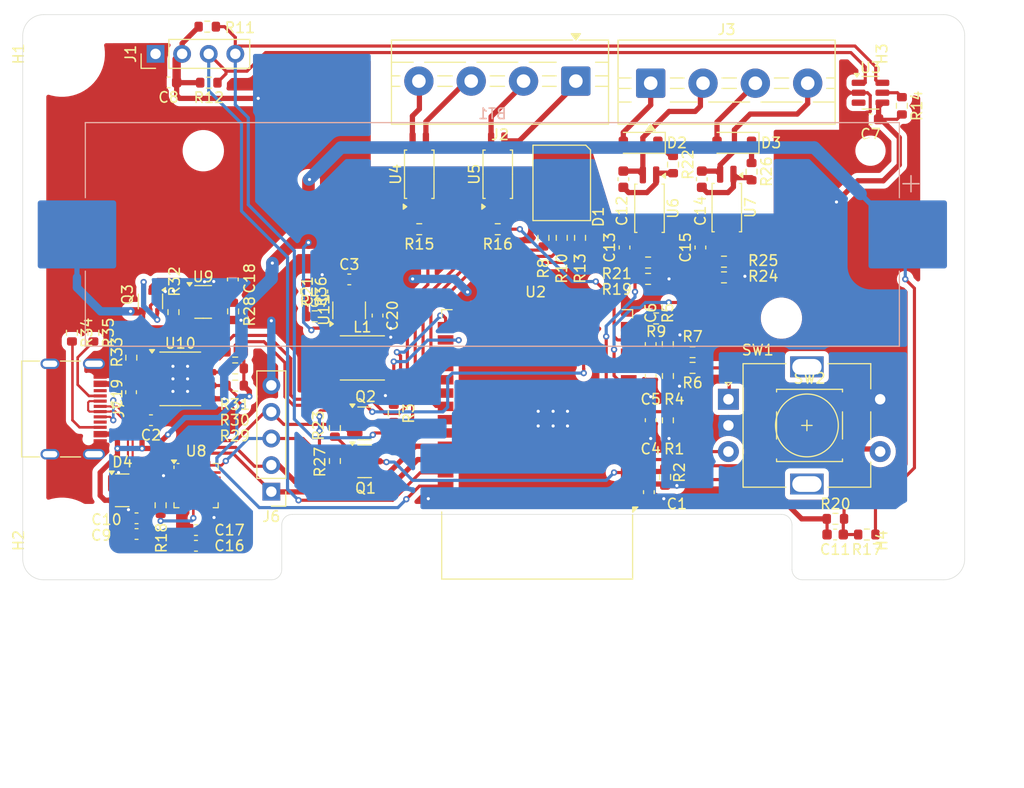
<source format=kicad_pcb>
(kicad_pcb (version 20241229) (generator "pcbnew") (generator_version "9.0")
  (layers (0 "F.Cu" signal) (2 "B.Cu" signal) (13 "F.Paste" user) (15 "B.Paste" user) (5 "F.SilkS" user "F.Silkscreen") (7 "B.SilkS" user "B.Silkscreen") (1 "F.Mask" user) (3 "B.Mask" user) (25 "Edge.Cuts" user))
  (net 0 "")
  (net 1 "Net-(BT1--)")
  (net 2 "/VBAT")
  (net 3 "+3V3")
  (net 4 "GND")
  (net 5 "/VBUS")
  (net 6 "/ENC_SW")
  (net 7 "/ENC_A")
  (net 8 "/ENC_B")
  (net 9 "Net-(U8-VDD)")
  (net 10 "/VBAT_AN")
  (net 11 "Net-(C12-Pad1)")
  (net 12 "/OPTO_IN1")
  (net 13 "Net-(C14-Pad1)")
  (net 14 "/OPTO_IN2")
  (net 15 "Net-(U9-VCC)")
  (net 16 "Net-(D1-AR)")
  (net 17 "Net-(D1-AB)")
  (net 18 "Net-(D1-AG)")
  (net 19 "Net-(D2-A)")
  (net 20 "Net-(D2-K)")
  (net 21 "Net-(D3-K)")
  (net 22 "Net-(D3-A)")
  (net 23 "/D-")
  (net 24 "/D+")
  (net 25 "/SCL")
  (net 26 "/SDA")
  (net 27 "Net-(J2-Pin_1)")
  (net 28 "Net-(J2-Pin_2)")
  (net 29 "/RTS")
  (net 30 "/RXD")
  (net 31 "/DTR")
  (net 32 "/TXD")
  (net 33 "Net-(Q1-B)")
  (net 34 "/ENABLE")
  (net 35 "/GPIO0")
  (net 36 "Net-(Q2-B)")
  (net 37 "Net-(Q3A-G)")
  (net 38 "Net-(Q3A-D)")
  (net 39 "Net-(Q3B-G)")
  (net 40 "Net-(R6-Pad1)")
  (net 41 "Net-(R7-Pad1)")
  (net 42 "/R")
  (net 43 "/G")
  (net 44 "/B")
  (net 45 "Net-(U3-ADD0)")
  (net 46 "Net-(R15-Pad2)")
  (net 47 "/OPTO_1")
  (net 48 "/OPTO_2")
  (net 49 "Net-(R16-Pad2)")
  (net 50 "Net-(U8-~{RST})")
  (net 51 "Net-(U8-VIO)")
  (net 52 "Net-(R21-Pad1)")
  (net 53 "Net-(R25-Pad1)")
  (net 54 "/STDBY")
  (net 55 "/CHRG")
  (net 56 "/EN")
  (net 57 "Net-(U9-CS)")
  (net 58 "Net-(U10-PROG)")
  (net 60 "/GPIO2")
  (net 86 "Net-(J3-Pin_2)")
  (net 87 "Net-(J3-Pin_4)")
  (net 88 "Net-(U11-FB)")
  (net 89 "Net-(U11-SW)")
  (net 90 "Net-(U2-IO12)")
  (net 92 "Net-(J7-CC1)")
  (net 93 "Net-(J7-CC2)")
  (net 94 "Net-(J2-Pin_3)")
  (net 95 "Net-(J2-Pin_4)")
  (footprint "Resistor_SMD:R_0603_1608Metric" (layer "F.Cu") (at 135.325 110.15 90)
    (property "Reference" "R27")
    (property "Value" "12K")
  )
  (footprint "Connector_PinHeader_2.54mm:PinHeader_1x04_P2.54mm_Vertical" (layer "F.Cu") (at 118.19 71.25 90)
    (property "Reference" "J1")
    (property "Value" "N/A")
  )
  (footprint "Package_TO_SOT_SMD:SOT-23-6" (layer "F.Cu") (at 186.5 74.962501)
    (property "Reference" "U3")
    (property "Value" "TMP100")
  )
  (footprint "Resistor_SMD:R_0603_1608Metric" (layer "F.Cu") (at 125.8 101.3)
    (property "Reference" "R30")
    (property "Value" "47K")
  )
  (footprint "Resistor_SMD:R_0603_1608Metric" (layer "F.Cu") (at 169.5 101.25 180)
    (property "Reference" "R6")
    (property "Value" "1K")
  )
  (footprint "Capacitor_SMD:C_0603_1608Metric" (layer "F.Cu") (at 165.5 98.975 -90)
    (property "Reference" "C6")
    (property "Value" "100nF 10V X7R")
  )
  (footprint "LED_SMD:LED_Inolux_IN-P55TATRGB_PLCC6_5.0x5.5mm_P1.8mm" (layer "F.Cu") (at 157 83.575 -90)
    (property "Reference" "D1")
    (property "Value" "Inolux_IN-P55TATRGB")
  )
  (footprint "Resistor_SMD:R_0603_1608Metric" (layer "F.Cu") (at 158.75 88.825 90)
    (property "Reference" "R13")
    (property "Value" "1K")
  )
  (footprint "Capacitor_SMD:C_0603_1608Metric" (layer "F.Cu") (at 162.885 83.225 90)
    (property "Reference" "C12")
    (property "Value" "100nF 10V X7R")
  )
  (footprint "Resistor_SMD:R_0603_1608Metric" (layer "F.Cu") (at 155.25 88.825 90)
    (property "Reference" "R8")
    (property "Value" "1K")
  )
  (footprint "TerminalBlock:TerminalBlock_MaiXu_MX126-5.0-04P_1x04_P5.00mm" (layer "F.Cu") (at 158.35 73.85 180)
    (property "Reference" "J2")
    (property "Value" "Screw_Terminal_01x04")
  )
  (footprint "Resistor_SMD:R_0603_1608Metric" (layer "F.Cu") (at 165.252304 91.186928 180)
    (property "Reference" "R21")
    (property "Value" "1K")
  )
  (footprint "Resistor_SMD:R_0603_1608Metric" (layer "F.Cu") (at 115.875 100.275 -90)
    (property "Reference" "R33")
    (property "Value" "2K2")
  )
  (footprint "Resistor_SMD:R_0603_1608Metric" (layer "F.Cu") (at 167.635 81.825 -90)
    (property "Reference" "R22")
    (property "Value" "10K")
  )
  (footprint "Resistor_SMD:R_0603_1608Metric" (layer "F.Cu") (at 186.15 117.175 180)
    (property "Reference" "R17")
    (property "Value" "33K")
  )
  (footprint "Resistor_SMD:R_0603_1608Metric" (layer "F.Cu") (at 166.875 111.675 90)
    (property "Reference" "R2")
    (property "Value" "33K")
  )
  (footprint "RF_Module:ESP32-WROOM-32D" (layer "F.Cu") (at 154.65 105.57 180)
    (property "Reference" "U2")
    (property "Value" "ESP32-WROOM")
  )
  (footprint "Resistor_SMD:R_0603_1608Metric" (layer "F.Cu") (at 189.5 76.212501 -90)
    (property "Reference" "R14")
    (property "Value" "47K")
  )
  (footprint "Package_SO:SOP-4_4.4x2.6mm_P1.27mm" (layer "F.Cu") (at 143.385 82.75 90)
    (property "Reference" "U4")
    (property "Value" "TCMT1100")
  )
  (footprint "Resistor_SMD:R_0603_1608Metric" (layer "F.Cu") (at 125.8 102.95)
    (property "Reference" "R29")
    (property "Value" "47K")
  )
  (footprint "Resistor_SMD:R_0603_1608Metric" (layer "F.Cu") (at 172.5 92.603553)
    (property "Reference" "R24")
    (property "Value" "47K")
  )
  (footprint "Package_SO:SOIC-8-1EP_3.9x4.9mm_P1.27mm_EP2.41x3.3mm_ThermalVias" (layer "F.Cu") (at 120.55 102.3)
    (property "Reference" "U10")
    (property "Value" "TP4056-42-ESOP8")
  )
  (footprint "Resistor_SMD:R_0603_1608Metric" (layer "F.Cu") (at 125.6 95.85 -90)
    (property "Reference" "R28")
    (property "Value" "100R")
  )
  (footprint "Capacitor_SMD:C_0603_1608Metric" (layer "F.Cu") (at 186.5 77.5 180)
    (property "Reference" "C7")
    (property "Value" "100nF 10V X7R")
  )
  (footprint "Resistor_SMD:R_0603_1608Metric" (layer "F.Cu") (at 167.141483 106.261647 90)
    (property "Reference" "R1")
    (property "Value" "10K")
  )
  (footprint "Package_TO_SOT_SMD:SOT-23-6" (layer "F.Cu") (at 122.7375 94.95)
    (property "Reference" "U9")
    (property "Value" "DW01A")
  )
  (footprint "Capacitor_SMD:C_0603_1608Metric" (layer "F.Cu") (at 165.5 102.025 90)
    (property "Reference" "C5")
    (property "Value" "100nF 10V X7R")
  )
  (footprint "Button_Switch_SMD:SW_SPST_B3S-1000" (layer "F.Cu") (at 180.675 106.75)
    (property "Reference" "SW2")
    (property "Value" "SW_Push")
  )
  (footprint "Capacitor_SMD:C_0603_1608Metric" (layer "F.Cu") (at 170.25 89.75 90)
    (property "Reference" "C15")
    (property "Value" "100nF 10V X7R")
  )
  (footprint "Diode_SMD:D_SOD-123" (layer "F.Cu") (at 173.485 79.75 180)
    (property "Reference" "D3")
    (property "Value" "D")
  )
  (footprint "Connector_USB:USB_C_Receptacle_G-Switch_GT-USB-7010ASV" (layer "F.Cu") (at 109.175 105.18 -90)
    (property "Reference" "J7")
    (property "Value" "USB_C_Receptacle_USB2.0_14P")
  )
  (footprint "Capacitor_SMD:C_0603_1608Metric" (layer "F.Cu") (at 119.43 73.975 180)
    (property "Reference" "C8")
    (property "Value" "100nF 10V X7R")
  )
  (footprint "Capacitor_SMD:C_0603_1608Metric" (layer "F.Cu") (at 116.375 117.125)
    (property "Reference" "C9")
    (property "Value" "4.7uF 10V X7R")
  )
  (footprint "Capacitor_SMD:C_0603_1608Metric" (layer "F.Cu") (at 115.85 103.575 90)
    (property "Reference" "C19")
    (property "Value" "100nF 10V X7R")
  )
  (footprint "Capacitor_SMD:C_0603_1608Metric" (layer "F.Cu") (at 183.125 117.175 180)
    (property "Reference" "C11")
    (property "Value" "100nF 10V X7R")
  )
  (footprint "Resistor_SMD:R_0603_1608Metric" (layer "F.Cu") (at 157 88.825 90)
    (property "Reference" "R10")
    (property "Value" "1K5")
  )
  (footprint "MountingHole:MountingHole_3.2mm_M3" (layer "F.Cu") (at 109.25 117.75 90)
    (property "Reference" "H2")
    (property "Value" "MountingHole")
  )
  (footprint "Resistor_SMD:R_0603_1608Metric" (layer "F.Cu") (at 119.9 95.925 90)
    (property "Reference" "R32")
    (property "Value" "1K")
  )
  (footprint "Package_SO:SOP-4_4.4x2.6mm_P1.27mm" (layer "F.Cu") (at 150.885 82.75 90)
    (property "Reference" "U5")
    (property "Value" "TCMT1100")
  )
  (footprint "Resistor_SMD:R_0603_1608Metric" (layer "F.Cu") (at 167.1332 98.977966 -90)
    (property "Reference" "R5")
    (property "Value" "6K8")
  )
  (footprint "Resistor_SMD:R_0603_1608Metric" (layer "F.Cu") (at 135.325 107 -90)
    (property "Reference" "R23")
    (property "Value" "12K")
  )
  (footprint "Package_TO_SOT_SMD:SOT-23" (layer "F.Cu") (at 138.1625 110.175)
    (property "Reference" "Q1")
    (property "Value" "BC847")
  )
  (footprint "Resistor_SMD:R_0603_1608Metric" (layer "F.Cu") (at 118.675 114.375 -90)
    (property "Reference" "R18")
    (property "Value" "1K")
  )
  (footprint "Resistor_SMD:R_0603_1608Metric" (layer "F.Cu") (at 123.13 68.65 180)
    (property "Reference" "R11")
    (property "Value" "3K3")
  )
  (footprint "Resistor_SMD:R_0603_1608Metric" (layer "F.Cu") (at 133.4 96.325)
    (property "Reference" "R37")
    (property "Value" "120K")
  )
  (footprint "Resistor_SMD:R_0603_1608Metric" (layer "F.Cu") (at 166.02 96.53)
    (property "Reference" "R9")
    (property "Value" "33K")
  )
  (footprint "Package_TO_SOT_SMD:SOT-23-5" (layer "F.Cu") (at 136.6875 95.75 90)
    (property "Reference" "U11")
    (property "Value" "SUNTEK  SK6615CS5")
  )
  (footprint "Resistor_SMD:R_0603_1608Metric" (layer "F.Cu") (at 123.28 74 180)
    (property "Reference" "R12")
    (property "Value" "3K3")
  )
  (footprint "Package_DFN_QFN:QFN-24-1EP_4x4mm_P0.5mm_EP2.6x2.6mm" (layer "F.Cu") (at 122.0625 112.5)
    (property "Reference" "U8")
    (property "Value" "CP2102N")
  )
  (footprint "Capacitor_SMD:C_0603_1608Metric" (layer "F.Cu") (at 139.4 96.25 -90)
    (property "Reference" "C20")
    (property "Value" "10uF 6.3V X7R")
  )
  (footprint "Resistor_SMD:R_0603_1608Metric" (layer "F.Cu") (at 150.885 88 180)
    (property "Reference" "R16")
    (property "Value" "1K")
  )
  (footprint "Package_TO_SOT_SMD:SOT-143" (layer "F.Cu") (at 115 112.95)
    (property "Reference" "D4")
    (property "Value" "SP0503BAHT")
  )
  (footprint "Resistor_SMD:R_0603_1608Metric" (layer "F.Cu") (at 125.8 99.7)
    (property "Reference" "R31")
    (property "Value" "0R")
  )
  (footprint "Package_SO:SOP-4_4.4x2.6mm_P1.27mm" (layer "F.Cu") (at 172.77 85.9375 -90)
    (property "Reference" "U7")
    (property "Value" "TCMT1100")
  )
  (footprint "Resistor_SMD:R_0603_1608Metric" (layer "F.Cu") (at 143.385 88 180)
    (property "Reference" "R15")
    (property "Value" "1K")
  )
  (footprint "Package_TO_SOT_SMD:SOT-363_SC-70-6" (layer "F.Cu") (at 117.7 94.9 -90)
    (property "Reference" "Q3")
    (property "Value" "BSD840N")
  )
  (footprint "Resistor_SMD:R_0603_1608Metric" (layer "F.Cu") (at 112.25 97.9 -90)
    (property "Reference" "R35")
    (property "Value" "5K1")
  )
  (footprint "Resistor_SMD:R_0603_1608Metric" (layer "F.Cu") (at 165.25 92.75)
    (property "Reference" "R19")
    (property "Value" "47K")
  )
  (footprint "Rotary_Encoder:RotaryEncoder_Alps_EC11E-Switch_Vertical_H20mm" (layer "F.Cu") (at 172.925 104.25)
    (property "Reference" "SW1")
    (property "Value" "N/A")
  )
  (footprint "Capacitor_SMD:C_0603_1608Metric" (layer "F.Cu") (at 122.05 116.75)
    (property "Reference" "C17")
    (property "Value" "100nF 10V X7R")
  )
  (footprint "Capacitor_SMD:C_0603_1608Metric" (layer "F.Cu") (at 116.375 115.625 180)
    (property "Reference" "C10")
    (property "Value" "100nF 10V X7R")
  )
  (footprint "Capacitor_SMD:C_0603_1608Metric" (layer "F.Cu") (at 117.75 106.25 180)
    (property "Reference" "C2")
    (property "Value" "1uF 10V X7R")
  )
  (footprint "Resistor_SMD:R_0603_1608Metric" (layer "F.Cu") (at 172.5 91.103554 180)
    (property "Reference" "R25")
    (property "Value" "1K")
  )
  (footprint "Capacitor_SMD:C_0603_1608Metric" (layer "F.Cu") (at 136.7 92.8)
    (property "Reference" "C3")
    (property "Value" "10uF 6.3V X7R")
  )
  (footprint "Resistor_SMD:R_0603_1608Metric" (layer "F.Cu") (at 140.95 105.6 -90)
    (property "Reference" "R3")
    (property "Value" "33K")
  )
  (footprint "Capacitor_SMD:C_0603_1608Metric" (layer "F.Cu") (at 165.325 113.125 90)
    (property "Reference" "C1")
    (property "Value" "10uF 6.3V X7R")
  )
  (footprint "Diode_SMD:D_SOD-123" (layer "F.Cu") (at 164.535 79.75 180)
    (property "Reference" "D2")
    (property "Value" "D")
  )
  (footprint "Capacitor_SMD:C_0603_1608Metric" (layer "F.Cu") (at 122.05 118.25 180)
    (property "Reference" "C16")
    (property "Value" "4.7uF 10V X7R")
  )
  (footprint "MountingHole:MountingHole_3.2mm_M3" (layer "F.Cu") (at 109.25 71.25 90)
    (property "Reference" "H1")
    (property "Value" "MountingHole")
  )
  (footprint "Connector_PinHeader_2.54mm:PinHeader_1x05_P2.54mm_Vertical" (layer "F.Cu") (at 129.25 113.08 180)
    (property "Reference" "J6")
    (property "Value" "Conn_01x05")
  )
  (footprint "Capacitor_SMD:C_0603_1608Metric" (layer "F.Cu") (at 125.575 92.8 90)
    (property "Reference" "C18")
    (property "Value" "100nF 10V X7R")
  )
  (footprint "MountingHole:MountingHole_3.2mm_M3" (layer "F.Cu") (at 191.75 117.75 90)
    (property "Reference" "H4")
    (property "Value" "MountingHole")
  )
  (footprint "Capacitor_SMD:C_0603_1608Metric" (layer "F.Cu") (at 163 89.75 90)
    (property "Reference" "C13")
    (property "Value" "100nF 10V X7R")
  )
  (footprint "Resistor_SMD:R_0603_1608Metric" (layer "F.Cu") (at 169.5 99.75 180)
    (property "Reference" "R7")
    (property "Value" "1K")
  )
  (footprint "MountingHole:MountingHole_3.2mm_M3" (layer "F.Cu") (at 191.75 71.25 90)
    (property "Reference" "H3")
    (property "Value" "MountingHole")
  )
  (footprint "Package_TO_SOT_SMD:SOT-23" (layer "F.Cu") (at 138.1625 106.55)
    (property "Reference" "Q2")
    (property "Value" "BC847")
  )
  (footprint "Inductor_SMD:L_APV_ANR4020" (layer "F.Cu") (at 137.95 100.3)
    (property "Reference" "L1")
    (property "Value" "2.2uH")
  )
  (footprint "Capacitor_SMD:C_0603_1608Metric" (layer "F.Cu") (at 134.125 93.95 90)
    (property "Reference" "C21")
    (property "Value" "22pF")
  )
  (footprint "Resistor_SMD:R_0603_1608Metric" (layer "F.Cu") (at 132.575 93.95 -90)
    (property "Reference" "R36")
    (property "Value" "540K")
  )
  (footprint "Resistor_SMD:R_0603_1608Metric" (layer "F.Cu") (at 183.15 115.675 180)
    (property "Reference" "R20")
    (property "Value" "8K2")
  )
  (footprint "TerminalBlock:TerminalBlock_MaiXu_MX126-5.0-04P_1x04_P5.00mm" (layer "F.Cu") (at 165.5 74.05)
    (property "Reference" "J3")
    (property "Value" "Screw_Terminal_01x04")
  )
  (footprint "Capacitor_SMD:C_0603_1608Metric" (layer "F.Cu") (at 165.5 106.25 90)
    (property "Reference" "C4")
    (property "Value" "100nF 10V X7R")
  )
  (footprint "Package_SO:SOP-4_4.4x2.6mm_P1.27mm" (layer "F.Cu") (at 165.385 86 -90)
    (property "Reference" "U6")
    (property "Value" "TCMT1100")
  )
  (footprint "Resistor_SMD:R_0603_1608Metric" (layer "F.Cu") (at 110.2 97.9 -90)
    (property "Reference" "R34")
    (property "Value" "5K1")
  )
  (footprint "Resistor_SMD:R_0603_1608Metric" (layer "F.Cu") (at 167.144908 102.027913 90)
    (property "Reference" "R4")
    (property "Value" "6K8")
  )
  (footprint "Capacitor_SMD:C_0603_1608Metric" (layer "F.Cu") (at 170.385 83.225 90)
    (property "Reference" "C14")
    (property "Value" "100nF 10V X7R")
  )
  (footprint "Resistor_SMD:R_0603_1608Metric" (layer "F.Cu") (at 175.135 82.5 -90)
    (property "Reference" "R26")
    (property "Value" "10K")
  )
  (footprint "Battery:BatteryHolder_Keystone_1042_1x18650" (layer "B.Cu") (at 150.37 88.5 180)
    (property "Reference" "BT1")
    (property "Value" "18650 holder")
  )
  (gr_arc (start 130.25 116.25) (mid 130.542893 115.542893) (end 131.25 115.25) (stroke (width 0.05)) (layer "Edge.Cuts"))
  (gr_line (start 179 116.25) (end 179 120.5) (stroke (width 0.05)) (layer "Edge.Cuts"))
  (gr_line (start 105.5 119.5) (end 105.5 69.5) (stroke (width 0.05)) (layer "Edge.Cuts"))
  (gr_arc (start 193.5 67.5) (mid 194.914214 68.085786) (end 195.5 69.5) (stroke (width 0.05)) (layer "Edge.Cuts"))
  (gr_arc (start 195.5 119.5) (mid 194.914214 120.914214) (end 193.5 121.5) (stroke (width 0.05)) (layer "Edge.Cuts"))
  (gr_arc (start 178 115.25) (mid 178.707107 115.542893) (end 179 116.25) (stroke (width 0.05)) (layer "Edge.Cuts"))
  (gr_arc (start 130.25 120.5) (mid 129.957107 121.207107) (end 129.25 121.5) (stroke (width 0.05)) (layer "Edge.Cuts"))
  (gr_line (start 107.5 67.5) (end 193.5 67.5) (stroke (width 0.05)) (layer "Edge.Cuts"))
  (gr_line (start 129.25 121.5) (end 107.5 121.5) (stroke (width 0.05)) (layer "Edge.Cuts"))
  (gr_arc (start 107.5 121.5) (mid 106.085786 120.914214) (end 105.5 119.5) (stroke (width 0.05)) (layer "Edge.Cuts"))
  (gr_line (start 193.5 121.5) (end 180 121.5) (stroke (width 0.05)) (layer "Edge.Cuts"))
  (gr_line (start 195.5 69.5) (end 195.5 119.5) (stroke (width 0.05)) (layer "Edge.Cuts"))
  (gr_arc (start 180 121.5) (mid 179.292893 121.207107) (end 179 120.5) (stroke (width 0.05)) (layer "Edge.Cuts"))
  (gr_line (start 130.25 116.25) (end 130.25 120.5) (stroke (width 0.05)) (layer "Edge.Cuts"))
  (gr_line (start 131.25 115.25) (end 178 115.25) (stroke (width 0.05)) (layer "Edge.Cuts"))
  (gr_arc (start 105.5 69.5) (mid 106.085786 68.085786) (end 107.5 67.5) (stroke (width 0.05)) (layer "Edge.Cuts"))
  (segment (start 116.62 95.85) (end 117.05 95.85) (width 0.3) (layer "F.Cu") (net 1))
  (segment (start 117.05 96.65) (end 117.05 95.85) (width 0.3) (layer "F.Cu") (net 1))
  (segment (start 119.325 97.325) (end 117.725 97.325) (width 0.3) (layer "F.Cu") (net 1))
  (segment (start 119.9 96.75) (end 119.325 97.325) (width 0.3) (layer "F.Cu") (net 1))
  (segment (start 117.725 97.325) (end 117.05 96.65) (width 0.3) (layer "F.Cu") (net 1))
  (segment (start 115.8 95.85) (end 116.62 95.85) (width 0.8) (layer "F.Cu") (net 1))
  (via (at 115.8 95.85) (size 0.6) (drill 0.3) (layers "F.Cu" "B.Cu") (net 1))
  (segment (start 110.68 92.6) (end 110.68 93.58) (width 0.8) (layer "B.Cu") (net 1))
  (segment (start 110.68 93.58) (end 112.95 95.85) (width 0.8) (layer "B.Cu") (net 1))
  (segment (start 112.95 95.85) (end 115.8 95.85) (width 0.8) (layer "B.Cu") (net 1))
  (segment (start 110.68 92.6) (end 110.68 88.5) (width 0.5) (layer "B.Cu") (net 1))
  (segment (start 186.975 114.525) (end 186.975 117.175) (width 0.3) (layer "F.Cu") (net 2))
  (segment (start 124.75 104.205) (end 123.025 104.205) (width 0.5) (layer "F.Cu") (net 2))
  (segment (start 134.72 97.455) (end 135.2875 96.8875) (width 0.3) (layer "F.Cu") (net 2))
  (segment (start 189.825 92.775) (end 190.7 93.65) (width 0.3) (layer "F.Cu") (net 2))
  (segment (start 137.6375 94.6125) (end 137.6375 92.9625) (width 0.5) (layer "F.Cu") (net 2))
  (segment (start 190.7 93.65) (end 190.7 110.8) (width 0.3) (layer "F.Cu") (net 2))
  (segment (start 134.95 89.275) (end 137.475 91.8) (width 0.8) (layer "F.Cu") (net 2))
  (segment (start 133.275 97.455) (end 134.72 97.455) (width 0.3) (layer "F.Cu") (net 2))
  (segment (start 132.8 89.275) (end 134.95 89.275) (width 1.2) (layer "F.Cu") (net 2))
  (segment (start 135.2875 96.8875) (end 135.7375 96.8875) (width 0.3) (layer "F.Cu") (net 2))
  (segment (start 137.475 91.8) (end 137.475 92.8) (width 0.8) (layer "F.Cu") (net 2))
  (segment (start 132.8 83.35) (end 132.9 83.25) (width 0.8) (layer "F.Cu") (net 2))
  (segment (start 131.315 89.275) (end 129.35 91.24) (width 1.2) (layer "F.Cu") (net 2))
  (segment (start 133.08 97.65) (end 133.275 97.455) (width 0.3) (layer "F.Cu") (net 2))
  (segment (start 132.8 89.275) (end 132.8 83.35) (width 1.2) (layer "F.Cu") (net 2))
  (segment (start 125.675 96.7) (end 126.35 96.7) (width 0.5) (layer "F.Cu") (net 2))
  (segment (start 190.7 110.8) (end 186.975 114.525) (width 0.3) (layer "F.Cu") (net 2))
  (segment (start 137.6375 92.9625) (end 137.475 92.8) (width 0.5) (layer "F.Cu") (net 2))
  (segment (start 132.8 89.275) (end 131.315 89.275) (width 1.2) (layer "F.Cu") (net 2))
  (via (at 124.75 104.205) (size 0.6) (drill 0.3) (layers "F.Cu" "B.Cu") (net 2))
  (via (at 133.08 97.65) (size 0.6) (drill 0.3) (layers "F.Cu" "B.Cu") (net 2))
  (via (at 126.35 96.7) (size 0.6) (drill 0.3) (layers "F.Cu" "B.Cu") (net 2))
  (via (at 189.825 92.775) (size 0.6) (drill 0.3) (layers "F.Cu" "B.Cu") (net 2))
  (via (at 132.8 89.275) (size 0.6) (drill 0.3) (layers "F.Cu" "B.Cu") (net 2))
  (via (at 129.35 91.24) (size 0.6) (drill 0.3) (layers "F.Cu" "B.Cu") (net 2))
  (via (at 132.9 83.25) (size 0.6) (drill 0.3) (layers "F.Cu" "B.Cu") (net 2))
  (segment (start 189.425 88.5) (end 190.06 88.5) (width 0.3) (layer "B.Cu") (net 2))
  (segment (start 129.35 91.24) (end 129.35 92) (width 1.2) (layer "B.Cu") (net 2))
  (segment (start 133.08 97.65) (end 132.33 96.9) (width 0.3) (layer "B.Cu") (net 2))
  (segment (start 185.55 84.625) (end 181.125 80.2) (width 1.2) (layer "B.Cu") (net 2))
  (segment (start 135.9 80.2) (end 132.85 83.25) (width 1.2) (layer "B.Cu") (net 2))
  (segment (start 129.275 92.725) (end 126.4 95.6) (width 1.2) (layer "B.Cu") (net 2))
  (segment (start 126.4 99.93) (end 124.75 101.58) (width 1.2) (layer "B.Cu") (net 2))
  (segment (start 189.825 92.775) (end 189.825 88.735) (width 0.3) (layer "B.Cu") (net 2))
  (segment (start 181.125 80.2) (end 135.9 80.2) (width 1.2) (layer "B.Cu") (net 2))
  (segment (start 126.4 95.6) (end 126.4 99.93) (width 1.2) (layer "B.Cu") (net 2))
  (segment (start 189.825 88.735) (end 190.06 88.5) (width 0.3) (layer "B.Cu") (net 2))
  (segment (start 129.35 92) (end 129.275 92.075) (width 0.8) (layer "B.Cu") (net 2))
  (segment (start 185.55 84.625) (end 189.425 88.5) (width 0.5) (layer "B.Cu") (net 2))
  (segment (start 129.275 92.075) (end 129.275 92.725) (width 1.2) (layer "B.Cu") (net 2))
  (segment (start 132.33 96.9) (end 132.33 89.745) (width 0.3) (layer "B.Cu") (net 2))
  (segment (start 124.75 101.58) (end 124.75 104.205) (width 0.8) (layer "B.Cu") (net 2))
  (segment (start 132.33 89.745) (end 132.8 89.275) (width 0.3) (layer "B.Cu") (net 2))
  (segment (start 166.075 92.75) (end 167.25 92.75) (width 0.5) (layer "F.Cu") (net 3))
  (segment (start 187.724 83.375) (end 185.275 83.375) (width 0.5) (layer "F.Cu") (net 3))
  (segment (start 167.25 107.75) (end 167.141483 107.641483) (width 0.5) (layer "F.Cu") (net 3))
  (segment (start 139.45 100.3) (end 139.45 97.075) (width 0.8) (layer "F.Cu") (net 3))
  (segment (start 122.305 68.675) (end 120.73 70.25) (width 0.5) (layer "F.Cu") (net 3))
  (segment (start 120.205 73.975) (end 120.205 71.775) (width 0.8) (layer "F.Cu") (net 3))
  (segment (start 120.205 71.775) (end 120.73 71.25) (width 0.8) (layer "F.Cu") (net 3))
  (segment (start 120.73 70.25) (end 120.73 71.25) (width 0.5) (layer "F.Cu") (net 3))
  (segment (start 168.237034 98.152966) (end 167.1332 98.152966) (width 0.5) (layer "F.Cu") (net 3))
  (segment (start 168.29 98.1) (end 168.237034 98.152966) (width 0.5) (layer "F.Cu") (net 3))
  (segment (start 134.125 92.365) (end 134.11 92.35) (width 0.5) (layer "F.Cu") (net 3))
  (segment (start 140.95 104.775) (end 140.95 104.7) (width 0.2) (layer "F.Cu") (net 3))
  (segment (start 165.325 112.35) (end 166.725 112.35) (width 0.5) (layer "F.Cu") (net 3))
  (segment (start 185.275 83.375) (end 183.25 85.4) (width 0.5) (layer "F.Cu") (net 3))
  (segment (start 167.144908 102.852913) (end 168.102913 102.852913) (width 0.5) (layer "F.Cu") (net 3))
  (segment (start 187.275 76.275001) (end 187.6375 75.9125) (width 0.5) (layer "F.Cu") (net 3))
  (segment (start 140.95 104.7) (end 140.15 103.9) (width 0.2) (layer "F.Cu") (net 3))
  (segment (start 134.125 93.175) (end 134.125 92.365) (width 0.5) (layer "F.Cu") (net 3))
  (segment (start 166.725 112.35) (end 166.875 112.5) (width 0.5) (layer "F.Cu") (net 3))
  (segment (start 140.475 97.025) (end 139.4 97.025) (width 0.8) (layer "F.Cu") (net 3))
  (segment (start 120.205 73.975) (end 120.205 75.205) (width 0.5) (layer "F.Cu") (net 3))
  (segment (start 140.65 97.2) (end 140.475 97.025) (width 0.8) (layer "F.Cu") (net 3))
  (segment (start 140.65 97.48) (end 140.65 97.2) (width 0.8) (layer "F.Cu") (net 3))
  (segment (start 132.625 93.175) (end 132.575 93.125) (width 0.5) (layer "F.Cu") (net 3))
  (segment (start 122.305 68.65) (end 122.305 68.675) (width 0.3) (layer "F.Cu") (net 3))
  (segment (start 189.037501 77.5) (end 187.275 77.5) (width 0.3) (layer "F.Cu") (net 3))
  (segment (start 187.275 77.5) (end 187.5 77.5) (width 0.5) (layer "F.Cu") (net 3))
  (segment (start 165.125 112.55) (end 165.325 112.35) (width 0.5) (layer "F.Cu") (net 3))
  (segment (start 189.25 81.849) (end 187.724 83.375) (width 0.5) (layer "F.Cu") (net 3))
  (segment (start 174.396447 92.603553) (end 174.5 92.5) (width 0.5) (layer "F.Cu") (net 3))
  (segment (start 187.275 77.500001) (end 187.275 76.275001) (width 0.5) (layer "F.Cu") (net 3))
  (segment (start 166.875 112.5) (end 168 112.5) (width 0.5) (layer "F.Cu") (net 3))
  (segment (start 167.141483 107.641483) (end 167.141483 107.086647) (width 0.5) (layer "F.Cu") (net 3))
  (segment (start 189.25 79.25) (end 189.25 81.849) (width 0.5) (layer "F.Cu") (net 3))
  (segment (start 173.325 92.603553) (end 174.396447 92.603553) (width 0.5) (layer "F.Cu") (net 3))
  (segment (start 134.125 93.175) (end 132.625 93.175) (width 0.5) (layer "F.Cu") (net 3))
  (segment (start 122.455 74) (end 120.23 74) (width 0.5) (layer "F.Cu") (net 3))
  (segment (start 128 75.5) (end 120.5 75.5) (width 0.5) (layer "F.Cu") (net 3))
  (segment (start 189.5 77.037501) (end 189.037501 77.5) (width 0.3) (layer "F.Cu") (net 3))
  (segment (start 120.205 75.205) (end 120.5 75.5) (width 0.5) (layer "F.Cu") (net 3))
  (segment (start 168.102913 102.852913) (end 168.25 103) (width 0.5) (layer "F.Cu") (net 3))
  (segment (start 139.45 97.075) (end 139.4 97.025) (width 0.8) (layer "F.Cu") (net 3))
  (segment (start 187.5 77.5) (end 189.25 79.25) (width 0.5) (layer "F.Cu") (net 3))
  (segment (start 120.23 74) (end 120.205 73.975) (width 0.3) (layer "F.Cu") (net 3))
  (segment (start 167.25 108) (end 167.25 107.75) (width 0.5) (layer "F.Cu") (net 3))
  (segment (start 163.4 112.55) (end 165.125 112.55) (width 0.5) (layer "F.Cu") (net 3))
  (via (at 140.65 97.48) (size 0.6) (drill 0.3) (layers "F.Cu" "B.Cu") (net 3))
  (via (at 140.66 98.32) (size 0.6) (drill 0.3) (layers "F.Cu" "B.Cu") (net 3))
  (via (at 167.25 92.75) (size 0.6) (drill 0.3) (layers "F.Cu" "B.Cu") (net 3))
  (via (at 168.25 103) (size 0.6) (drill 0.3) (layers "F.Cu" "B.Cu") (net 3))
  (via (at 183.25 85.4) (size 0.6) (drill 0.3) (layers "F.Cu" "B.Cu") (net 3))
  (via (at 134.11 92.35) (size 0.6) (drill 0.3) (layers "F.Cu" "B.Cu") (net 3))
  (via (at 168.29 98.1) (size 0.6) (drill 0.3) (layers "F.Cu" "B.Cu") (net 3))
  (via (at 174.5 92.5) (size 0.6) (drill 0.3) (layers "F.Cu" "B.Cu") (net 3))
  (via (at 140.15 103.9) (size 0.6) (drill 0.3) (layers "F.Cu" "B.Cu") (net 3))
  (via (at 167.25 108) (size 0.6) (drill 0.3) (layers "F.Cu" "B.Cu") (net 3))
  (via (at 128 75.5) (size 0.6) (drill 0.3) (layers "F.Cu" "B.Cu") (net 3))
  (via (at 168 112.5) (size 0.6) (drill 0.3) (layers "F.Cu" "B.Cu") (net 3))
  (segment (start 179.925 115.675) (end 178.25 114) (width 0.5) (layer "F.Cu") (net 4))
  (segment (start 187.175 104.5) (end 187.425 104.25) (width 0.5) (layer "F.Cu") (net 4))
  (segment (start 118.075 102.935) (end 119.915 102.935) (width 0.5) (layer "F.Cu") (net 4))
  (segment (start 134.824 95.726) (end 134.225 96.325) (width 0.5) (layer "F.Cu") (net 4))
  (segment (start 165.5 107.025) (end 165.5 108) (width 0.5) (layer "F.Cu") (net 4))
  (segment (start 115.03 101.98) (end 115.85 102.8) (width 0.5) (layer "F.Cu") (net 4))
  (segment (start 145.9 113.82) (end 144.32 113.82) (width 0.5) (layer "F.Cu") (net 4))
  (segment (start 165.245 113.82) (end 165.325 113.9) (width 0.5) (layer "F.Cu") (net 4))
  (segment (start 182.35 115.7) (end 182.325 115.675) (width 0.3) (layer "F.Cu") (net 4))
  (segment (start 115.6 117.125) (end 115.6 115.625) (width 0.5) (layer "F.Cu") (net 4))
  (segment (start 166.6 113.9) (end 166.75 113.75) (width 0.5) (layer "F.Cu") (net 4))
  (segment (start 114 111.9) (end 114.65 111.25) (width 0.5) (layer "F.Cu") (net 4))
  (segment (start 123.775 115.55) (end 122.825 116.5) (width 0.5) (layer "F.Cu") (net 4))
  (segment (start 120.125 111.75) (end 121.3125 111.75) (width 0.25) (layer "F.Cu") (net 4))
  (segment (start 176.7 104.5) (end 184.65 104.5) (width 0.5) (layer "F.Cu") (net 4))
  (segment (start 122.825 118.25) (end 122.825 116.75) (width 0.5) (layer "F.Cu") (net 4))
  (segment (start 119.15 111.75) (end 118.95 111.55) (width 0.25) (layer "F.Cu") (net 4))
  (segment (start 144.32 113.82) (end 144.25 113.75) (width 0.3) (layer "F.Cu") (net 4))
  (segment (start 158.8 81.375) (end 155.2 81.375) (width 0.3) (layer "F.Cu") (net 4))
  (segment (start 186.476 76.749001) (end 186.476 75.226001) (width 0.3) (layer "F.Cu") (net 4))
  (segment (start 113.005 101.98) (end 115.03 101.98) (width 0.5) (layer "F.Cu") (net 4))
  (segment (start 136.6875 95.7385) (end 136.7 95.726) (width 0.5) (layer "F.Cu") (net 4))
  (segment (start 167 114) (end 166.75 113.75) (width 0.5) (layer "F.Cu") (net 4))
  (segment (start 138.826 95.726) (end 138.85 95.75) (width 0.5) (layer "F.Cu") (net 4))
  (segment (start 114 112.2) (end 114 111.9) (width 0.5) (layer "F.Cu") (net 4))
  (segment (start 185.725 77.500001) (end 186.476 76.749001) (width 0.3) (layer "F.Cu") (net 4))
  (segment (start 122.825 116.5) (end 122.825 116.75) (width 0.5) (layer "F.Cu") (net 4))
  (segment (start 119.915 102.935) (end 120.55 102.3) (width 0.5) (layer "F.Cu") (net 4))
  (segment (start 165.325 113.9) (end 166.6 113.9) (width 0.5) (layer "F.Cu") (net 4))
  (segment (start 178.25 114) (end 167 114) (width 0.5) (layer "F.Cu") (net 4))
  (segment (start 182.325 115.675) (end 179.925 115.675) (width 0.5) (layer "F.Cu") (net 4))
  (segment (start 115.985 102.935) (end 115.85 102.8) (width 0.5) (layer "F.Cu") (net 4))
  (segment (start 165.5 102.8) (end 165.5 104) (width 0.5) (layer "F.Cu") (net 4))
  (segment (start 186.2125 74.962501) (end 185.3625 74.962501) (width 0.3) (layer "F.Cu") (net 4))
  (segment (start 182.35 117.175) (end 182.35 115.7) (width 0.3) (layer "F.Cu") (net 4))
  (segment (start 136.6875 95.7385) (end 136.6875 93.5625) (width 0.5) (layer "F.Cu") (net 4))
  (segment (start 136.6875 93.5625) (end 135.925 92.8) (width 0.5) (layer "F.Cu") (net 4))
  (segment (start 118.655 71.715) (end 118.19 71.25) (width 0.8) (layer "F.Cu") (net 4))
  (segment (start 163.4 113.82) (end 165.245 113.82) (width 0.5) (layer "F.Cu") (net 4))
  (segment (start 121.3125 111.75) (end 122.0625 112.5) (width 0.25) (layer "F.Cu") (net 4))
  (segment (start 118.35 93.95) (end 119.125 93.95) (width 0.3) (layer "F.Cu") (net 4))
  (segment (start 115.6 115.625) (end 115.6 114.8) (width 0.5) (layer "F.Cu") (net 4))
  (segment (start 137.075 95.726) (end 134.824 95.726) (width 0.5) (layer "F.Cu") (net 4))
  (segment (start 184.65 104.5) (end 187.175 104.5) (width 0.5) (layer "F.Cu") (net 4))
  (segment (start 136.6875 96.8875) (end 136.6875 95.7385) (width 0.5) (layer "F.Cu") (net 4))
  (segment (start 123.875 94) (end 123.875 93.125) (width 0.5) (layer "F.Cu") (net 4))
  (segment (start 123.875 94) (end 124.375 94) (width 0.5) (layer "F.Cu") (net 4))
  (segment (start 118.655 73.975) (end 118.655 71.715) (width 0.8) (layer "F.Cu") (net 4))
  (segment (start 120.125 111.75) (end 119.15 111.75) (width 0.25) (layer "F.Cu") (net 4))
  (segment (start 123.875 93.125) (end 123.75 93) (width 0.5) (layer "F.Cu") (net 4))
  (segment (start 118.075 102.935) (end 115.985 102.935) (width 0.5) (layer "F.Cu") (net 4))
  (segment (start 136.7 95.726) (end 138.826 95.726) (width 0.5) (layer "F.Cu") (net 4))
  (segment (start 186.476 75.226001) (end 186.2125 74.962501) (width 0.3) (layer "F.Cu") (net 4))
  (via (at 118.95 111.55) (size 0.6) (drill 0.3) (layers "F.Cu" "B.Cu") (net 4))
  (via (at 115.6 114.8) (size 0.6) (drill 0.3) (layers "F.Cu" "B.Cu") (net 4))
  (via (at 129.25 96.75) (size 0.6) (drill 0.3) (layers "F.Cu" "B.Cu") (net 4))
  (via (at 148 94) (size 0.6) (drill 0.3) (layers "F.Cu" "B.Cu") (net 4))
  (via (at 123.775 115.55) (size 0.6) (drill 0.3) (layers "F.Cu" "B.Cu") (net 4))
  (via (at 166.75 113.75) (size 0.6) (drill 0.3) (layers "F.Cu" "B.Cu") (net 4))
  (via (at 165.5 108) (size 0.6) (drill 0.3) (layers "F.Cu" "B.Cu") (net 4))
  (via (at 144.25 113.75) (size 0.6) (drill 0.3) (layers "F.Cu" "B.Cu") (net 4))
  (via (at 119.89 93.89) (size 0.6) (drill 0.3) (layers "F.Cu" "B.Cu") (net 4))
  (via (at 122.87 93.02) (size 0.6) (drill 0.3) (layers "F.Cu" "B.Cu") (net 4))
  (via (at 114.65 111.25) (size 0.6) (drill 0.3) (layers "F.Cu" "B.Cu") (net 4))
  (via (at 119.125 93.95) (size 0.6) (drill 0.3) (layers "F.Cu" "B.Cu") (net 4))
  (via (at 142.75 92.75) (size 0.6) (drill 0.3) (layers "F.Cu" "B.Cu") (net 4))
  (via (at 165.5 104) (size 0.6) (drill 0.3) (layers "F.Cu" "B.Cu") (net 4))
  (via (at 123.75 93) (size 0.6) (drill 0.3) (layers "F.Cu" "B.Cu") (net 4))
  (segment (start 142.75 92.75) (end 146.75 92.75) (width 0.8) (layer "B.Cu") (net 4))
  (segment (start 146.75 92.75) (end 148 94) (width 0.8) (layer "B.Cu") (net 4))
  (segment (start 129.25 102.92) (end 129.25 96.75) (width 0.8) (layer "B.Cu") (net 4))
  (segment (start 116.9 108.95) (end 116.85 108.95) (width 0.5) (layer "F.Cu") (net 5))
  (segment (start 114.5 118.25) (end 121.275 118.25) (width 0.5) (layer "F.Cu") (net 5))
  (segment (start 113.005 102.78) (end 113.655 102.78) (width 0.5) (layer "F.Cu") (net 5))
  (segment (start 126.625 99.7) (end 126.625 101.3) (width 0.3) (layer "F.Cu") (net 5))
  (segment (start 112.9 113.45) (end 112.9 111.25) (width 0.5) (layer "F.Cu") (net 5))
  (segment (start 115.995 104.205) (end 115.85 104.35) (width 0.5) (layer "F.Cu") (net 5))
  (segment (start 112.9 111.25) (end 114.55 109.6) (width 0.5) (layer "F.Cu") (net 5))
  (segment (start 118.075 104.205) (end 115.995 104.205) (width 0.5) (layer "F.Cu") (net 5))
  (segment (start 114.55 108.95) (end 114.55 108.15) (width 0.5) (layer "F.Cu") (net 5))
  (segment (start 113.35 113.9) (end 112.9 113.45) (width 0.5) (layer "F.Cu") (net 5))
  (segment (start 115.85 105.05) (end 116.5 105.7) (width 0.5) (layer "F.Cu") (net 5))
  (segment (start 116.5 105.7) (end 116.9 106.1) (width 0.5) (layer "F.Cu") (net 5))
  (segment (start 119.375 107.625) (end 118.05 108.95) (width 0.5) (layer "F.Cu") (net 5))
  (segment (start 114 117.75) (end 114.5 118.25) (width 0.5) (layer "F.Cu") (net 5))
  (segment (start 114 113.9) (end 114 117.75) (width 0.5) (layer "F.Cu") (net 5))
  (segment (start 113.704 102.829) (end 114.1415 102.829) (width 0.5) (layer "F.Cu") (net 5))
  (segment (start 114.1415 102.829) (end 115.6625 104.35) (width 0.5) (layer "F.Cu") (net 5))
  (segment (start 114.55 109.6) (end 114.55 108.95) (width 0.5) (layer "F.Cu") (net 5))
  (segment (start 127.151 103.98) (end 127.151 103.476) (width 0.5) (layer "F.Cu") (net 5))
  (segment (start 115.6625 104.35) (end 115.85 104.35) (width 0.5) (layer "F.Cu") (net 5))
  (segment (start 114.55 108.15) (end 113.98 107.58) (width 0.5) (layer "F.Cu") (net 5))
  (segment (start 115.85 104.35) (end 115.85 105.05) (width 0.5) (layer "F.Cu") (net 5))
  (segment (start 114 113.9) (end 113.35 113.9) (width 0.5) (layer "F.Cu") (net 5))
  (segment (start 113.98 107.58) (end 113.005 107.58) (width 0.5) (layer "F.Cu") (net 5))
  (segment (start 113.655 102.78) (end 113.704 102.829) (width 0.5) (layer "F.Cu") (net 5))
  (segment (start 126.625 101.3) (end 126.625 102.95) (width 0.3) (layer "F.Cu") (net 5))
  (segment (start 118.05 108.95) (end 116.9 108.95) (width 0.5) (layer "F.Cu") (net 5))
  (segment (start 127.151 103.476) (end 126.625 102.95) (width 0.5) (layer "F.Cu") (net 5))
  (segment (start 116.9 106.1) (end 116.9 108.95) (width 0.5) (layer "F.Cu") (net 5))
  (via (at 119.375 107.625) (size 0.6) (drill 0.3) (layers "F.Cu" "B.Cu") (net 5))
  (via (at 116.9 108.95) (size 0.6) (drill 0.3) (layers "F.Cu" "B.Cu") (net 5))
  (via (at 114.55 108.95) (size 0.6) (drill 0.3) (layers "F.Cu" "B.Cu") (net 5))
  (via (at 127.151 103.98) (size 0.6) (drill 0.3) (layers "F.Cu" "B.Cu") (net 5))
  (segment (start 127.151 103.98) (end 126.27 103.98) (width 0.5) (layer "B.Cu") (net 5))
  (segment (start 121 106) (end 119.375 107.625) (width 0.5) (layer "B.Cu") (net 5))
  (segment (start 126.27 103.98) (end 124.25 106) (width 0.5) (layer "B.Cu") (net 5))
  (segment (start 124.25 106) (end 121 106) (width 0.5) (layer "B.Cu") (net 5))
  (segment (start 116.9 108.95) (end 114.55 108.95) (width 0.5) (layer "B.Cu") (net 5))
  (segment (start 176.7 109) (end 184.65 109) (width 0.5) (layer "F.Cu") (net 6))
  (segment (start 168.5 108) (end 168.5 106) (width 0.3) (layer "F.Cu") (net 6))
  (segment (start 164.955 104.93) (end 163.4 104.93) (width 0.3) (layer "F.Cu") (net 6))
  (segment (start 175.099 110.601) (end 171.101 110.601) (width 0.3) (layer "F.Cu") (net 6))
  (segment (start 167.141483 105.436647) (end 165.538353 105.436647) (width 0.3) (layer "F.Cu") (net 6))
  (segment (start 168 105.5) (end 167.204836 105.5) (width 0.3) (layer "F.Cu") (net 6))
  (segment (start 184.65 109) (end 187.175 109) (width 0.5) (layer "F.Cu") (net 6))
  (segment (start 165.538353 105.436647) (end 165.5 105.475) (width 0.3) (layer "F.Cu") (net 6))
  (segment (start 187.175 109) (end 187.425 109.25) (width 0.5) (layer "F.Cu") (net 6))
  (segment (start 167.204836 105.5) (end 167.141483 105.436647) (width 0.3) (layer "F.Cu") (net 6))
  (segment (start 168 105.5) (end 168.5 106) (width 0.3) (layer "F.Cu") (net 6))
  (segment (start 171.101 110.601) (end 168.5 108) (width 0.3) (layer "F.Cu") (net 6))
  (segment (start 165.5 105.475) (end 164.955 104.93) (width 0.3) (layer "F.Cu") (net 6))
  (segment (start 176.7 109) (end 175.099 110.601) (width 0.3) (layer "F.Cu") (net 6))
  (segment (start 167.144908 101.202913) (end 168.627913 101.202913) (width 0.5) (layer "F.Cu") (net 7))
  (segment (start 163.52 101) (end 163.4 101.12) (width 0.5) (layer "F.Cu") (net 7))
  (segment (start 165.5 101.25) (end 165.25 101) (width 0.5) (layer "F.Cu") (net 7))
  (segment (start 168.627913 101.202913) (end 168.675 101.25) (width 0.5) (layer "F.Cu") (net 7))
  (segment (start 165.25 101) (end 163.52 101) (width 0.5) (layer "F.Cu") (net 7))
  (segment (start 167.16037 101.25) (end 165.5 101.25) (width 0.5) (layer "F.Cu") (net 7))
  (segment (start 168.675 99.75) (end 167.186166 99.75) (width 0.5) (layer "F.Cu") (net 8))
  (segment (start 165.552966 99.802966) (end 165.5 99.75) (width 0.5) (layer "F.Cu") (net 8))
  (segment (start 163.5 99.75) (end 163.4 99.85) (width 0.5) (layer "F.Cu") (net 8))
  (segment (start 165.5 99.75) (end 163.5 99.75) (width 0.5) (layer "F.Cu") (net 8))
  (segment (start 167.186166 99.75) (end 167.1332 99.802966) (width 0.5) (layer "F.Cu") (net 8))
  (segment (start 167.032405 99.802966) (end 165.552966 99.802966) (width 0.5) (layer "F.Cu") (net 8))
  (segment (start 117.55 114.5) (end 117.15 114.9) (width 0.8) (layer "F.Cu") (net 9))
  (segment (start 117.15 117.125) (end 117.15 115.625) (width 0.8) (layer "F.Cu") (net 9))
  (segment (start 117.625 114.5) (end 117.775 114.35) (width 0.25) (layer "F.Cu") (net 9))
  (segment (start 119.65 113.75) (end 120.125 113.75) (width 0.25) (layer "F.Cu") (net 9))
  (segment (start 117.15 114.9) (end 117.15 115.625) (width 0.8) (layer "F.Cu") (net 9))
  (segment (start 117.625 114.5) (end 117.55 114.5) (width 0.8) (layer "F.Cu") (net 9))
  (segment (start 119.65 113.8875) (end 119.65 113.75) (width 0.25) (layer "F.Cu") (net 9))
  (segment (start 117.775 114.35) (end 119.1875 114.35) (width 0.25) (layer "F.Cu") (net 9))
  (segment (start 119.1875 114.35) (end 119.65 113.8875) (width 0.25) (layer "F.Cu") (net 9))
  (segment (start 177.775 110.45) (end 183.275 110.45) (width 0.3) (layer "F.Cu") (net 10))
  (segment (start 163.4 110.01) (end 168.76 110.01) (width 0.3) (layer "F.Cu") (net 10))
  (segment (start 183.9 115.75) (end 183.975 115.675) (width 0.3) (layer "F.Cu") (net 10))
  (segment (start 183.9 117.175) (end 183.9 115.75) (width 0.3) (layer "F.Cu") (net 10))
  (segment (start 170.675 111.925) (end 176.3 111.925) (width 0.3) (layer "F.Cu") (net 10))
  (segment (start 168.76 110.01) (end 170.675 111.925) (width 0.3) (layer "F.Cu") (net 10))
  (segment (start 183.975 111.15) (end 183.975 115.675) (width 0.3) (layer "F.Cu") (net 10))
  (segment (start 185.325 117.175) (end 183.9 117.175) (width 0.3) (layer "F.Cu") (net 10))
  (segment (start 183.275 110.45) (end 183.975 111.15) (width 0.3) (layer "F.Cu") (net 10))
  (segment (start 176.3 111.925) (end 177.775 110.45) (width 0.3) (layer "F.Cu") (net 10))
  (segment (start 167.635 82.65) (end 166.1825 82.65) (width 0.5) (layer "F.Cu") (net 11))
  (segment (start 165.135 84.5) (end 166.02 83.615) (width 0.5) (layer "F.Cu") (net 11))
  (segment (start 166.1825 82.65) (end 166.02 82.8125) (width 0.3) (layer "F.Cu") (net 11))
  (segment (start 162.885 84) (end 163.385 84.5) (width 0.5) (layer "F.Cu") (net 11))
  (segment (start 163.385 84.5) (end 165.135 84.5) (width 0.5) (layer "F.Cu") (net 11))
  (segment (start 164.427304 92.747696) (end 164.425 92.75) (width 0.3) (layer "F.Cu") (net 12))
  (segment (start 164.427304 91.186928) (end 163.661928 91.186928) (width 0.3) (layer "F.Cu") (net 12))
  (segment (start 164.427304 91.186928) (end 164.427304 92.747696) (width 0.3) (layer "F.Cu") (net 12))
  (segment (start 164 93.175) (end 164.425 92.75) (width 0.3) (layer "F.Cu") (net 12))
  (segment (start 164 93.98) (end 164 93.175) (width 0.3) (layer "F.Cu") (net 12))
  (segment (start 162.41 103.66) (end 163.4 103.66) (width 0.3) (layer "F.Cu") (net 12))
  (segment (start 161.25 102.5) (end 162.41 103.66) (width 0.3) (layer "F.Cu") (net 12))
  (segment (start 161.25 98.25) (end 161.25 102.5) (width 0.3) (layer "F.Cu") (net 12))
  (segment (start 163.661928 91.186928) (end 163 90.525) (width 0.3) (layer "F.Cu") (net 12))
  (via (at 161.25 98.25) (size 0.6) (drill 0.3) (layers "F.Cu" "B.Cu") (net 12))
  (via (at 164 93.98) (size 0.6) (drill 0.3) (layers "F.Cu" "B.Cu") (net 12))
  (segment (start 161.25 97.25) (end 161.25 98.25) (width 0.3) (layer "B.Cu") (net 12))
  (segment (start 164 93.98) (end 164 94.5) (width 0.3) (layer "B.Cu") (net 12))
  (segment (start 164 94.5) (end 161.25 97.25) (width 0.3) (layer "B.Cu") (net 12))
  (segment (start 173.73 83.075) (end 173.405 82.75) (width 0.5) (layer "F.Cu") (net 13))
  (segment (start 170.885 84.5) (end 172.885 84.5) (width 0.5) (layer "F.Cu") (net 13))
  (segment (start 175.135 83.075) (end 173.73 83.075) (width 0.5) (layer "F.Cu") (net 13))
  (segment (start 173.405 83.98) (end 173.405 82.75) (width 0.5) (layer "F.Cu") (net 13))
  (segment (start 170.385 84) (end 170.885 84.5) (width 0.5) (layer "F.Cu") (net 13))
  (segment (start 172.885 84.5) (end 173.405 83.98) (width 0.5) (layer "F.Cu") (net 13))
  (segment (start 171.675 91.103554) (end 170.828554 91.103554) (width 0.3) (layer "F.Cu") (net 14))
  (segment (start 167.22 95) (end 169.278553 95) (width 0.3) (layer "F.Cu") (net 14))
  (segment (start 162.39 102.39) (end 162 102) (width 0.3) (layer "F.Cu") (net 14))
  (segment (start 163.4 102.39) (end 162.39 102.39) (width 0.3) (layer "F.Cu") (net 14))
  (segment (start 171.675 91.103554) (end 171.675 92.603553) (width 0.3) (layer "F.Cu") (net 14))
  (segment (start 169.278553 95) (end 171.675 92.603553) (width 0.3) (layer "F.Cu") (net 14))
  (segment (start 170.828554 91.103554) (end 170.25 90.525) (width 0.3) (layer "F.Cu") (net 14))
  (segment (start 162 102) (end 162 99.5) (width 0.3) (layer "F.Cu") (net 14))
  (via (at 167.22 95) (size 0.6) (drill 0.3) (layers "F.Cu" "B.Cu") (net 14))
  (via (at 162 99.5) (size 0.6) (drill 0.3) (layers "F.Cu" "B.Cu") (net 14))
  (segment (start 165 95) (end 164.5 95.5) (width 0.3) (layer "B.Cu") (net 14))
  (segment (start 167.22 95) (end 165 95) (width 0.3) (layer "B.Cu") (net 14))
  (segment (start 163.75 95.5) (end 162 97.25) (width 0.3) (layer "B.Cu") (net 14))
  (segment (start 164.5 95.5) (end 163.75 95.5) (width 0.3) (layer "B.Cu") (net 14))
  (segment (start 162 97.25) (end 162 99.5) (width 0.3) (layer "B.Cu") (net 14))
  (segment (start 125.6 95.025) (end 123.95 95.025) (width 0.5) (layer "F.Cu") (net 15))
  (segment (start 123.95 95.025) (end 123.875 94.95) (width 0.5) (layer "F.Cu") (net 15))
  (segment (start 125.575 94.95) (end 125.575 93.65) (width 0.5) (layer "F.Cu") (net 15))
  (segment (start 125.675 95.05) (end 125.575 94.95) (width 0.5) (layer "F.Cu") (net 15))
  (segment (start 157 88) (end 157 85.775) (width 0.3) (layer "F.Cu") (net 16))
  (segment (start 158.75 85.825) (end 158.8 85.775) (width 0.3) (layer "F.Cu") (net 17))
  (segment (start 158.75 88) (end 158.75 85.825) (width 0.3) (layer "F.Cu") (net 17))
  (segment (start 155.25 88) (end 155.25 85.825) (width 0.3) (layer "F.Cu") (net 18))
  (segment (start 155.25 85.825) (end 155.2 85.775) (width 0.3) (layer "F.Cu") (net 18))
  (segment (start 162.885 79.75) (end 162.885 78.75) (width 0.5) (layer "F.Cu") (net 19))
  (segment (start 165.5 76.135) (end 165.5 74.1) (width 0.5) (layer "F.Cu") (net 19))
  (segment (start 162.885 78.75) (end 165.5 76.135) (width 0.5) (layer "F.Cu") (net 19))
  (segment (start 167.435 81) (end 166.185 79.75) (width 0.5) (layer "F.Cu") (net 20))
  (segment (start 167.635 81) (end 167.435 81) (width 0.3) (layer "F.Cu") (net 20))
  (segment (start 175.135 81.675) (end 175.135 79.75) (width 0.5) (layer "F.Cu") (net 21))
  (segment (start 171.835 79.75) (end 172 79.75) (width 0.5) (layer "F.Cu") (net 22))
  (segment (start 171.835 77.765) (end 175.5 74.1) (width 0.5) (layer "F.Cu") (net 22))
  (segment (start 171.835 79.75) (end 171.835 77.765) (width 0.5) (layer "F.Cu") (net 22))
  (segment (start 115.55 106.618198) (end 115.55 111.458032) (width 0.2) (layer "F.Cu") (net 23))
  (segment (start 112.87 104.43) (end 111.87 104.43) (width 0.2) (layer "F.Cu") (net 23))
  (segment (start 116.5 112.75) (end 116 113.25) (width 0.2) (layer "F.Cu") (net 23))
  (segment (start 114.336802 105.405) (end 115.55 106.618198) (width 0.2) (layer "F.Cu") (net 23))
  (segment (start 115.349 112.340968) (end 115.55 112.541968) (width 0.2) (layer "F.Cu") (net 23))
  (segment (start 111.88 105.43) (end 112.87 105.43) (width 0.2) (layer "F.Cu") (net 23))
  (segment (start 116 113.25) (end 116 113.9) (width 0.2) (layer "F.Cu") (net 23))
  (segment (start 113.892501 105.405) (end 114.336802 105.405) (width 0.2) (layer "F.Cu") (net 23))
  (segment (start 115.55 112.541968) (end 115.55 113.45) (width 0.2) (layer "F.Cu") (net 23))
  (segment (start 115.349 111.659032) (end 115.349 112.340968) (width 0.2) (layer "F.Cu") (net 23))
  (segment (start 111.87 104.43) (end 111.75 104.55) (width 0.2) (layer "F.Cu") (net 23))
  (segment (start 113.005 105.43) (end 113.867501 105.43) (width 0.2) (layer "F.Cu") (net 23))
  (segment (start 111.75 104.55) (end 111.75 105.3) (width 0.2) (layer "F.Cu") (net 23))
  (segment (start 111.75 105.3) (end 111.88 105.43) (width 0.2) (layer "F.Cu") (net 23))
  (segment (start 113.867501 105.43) (end 113.892501 105.405) (width 0.2) (layer "F.Cu") (net 23))
  (segment (start 120.125 112.75) (end 116.5 112.75) (width 0.2) (layer "F.Cu") (net 23))
  (segment (start 115.55 113.45) (end 116 113.9) (width 0.2) (layer "F.Cu") (net 23))
  (segment (start 115.55 111.458032) (end 115.349 111.659032) (width 0.2) (layer "F.Cu") (net 23))
  (segment (start 114.15 104.955) (end 113.892501 104.955) (width 0.2) (layer "F.Cu") (net 24))
  (segment (start 113.83 105.93) (end 114.15 106.25) (width 0.2) (layer "F.Cu") (net 24))
  (segment (start 116 107.792622) (end 116 112) (width 0.2) (layer "F.Cu") (net 24))
  (segment (start 113.867501 104.93) (end 113.005 104.93) (width 0.2) (layer "F.Cu") (net 24))
  (segment (start 116 107.792622) (end 116 107.690545) (width 0.2) (layer "F.Cu") (net 24))
  (segment (start 116 106.431802) (end 114.523198 104.955) (width 0.2) (layer "F.Cu") (net 24))
  (segment (start 118.102683 112.25) (end 118.222683 112.25) (width 0.2) (layer "F.Cu") (net 24))
  (segment (start 114.523198 104.955) (end 114.15 104.955) (width 0.2) (layer "F.Cu") (net 24))
  (segment (start 120.125 112.25) (end 118.35347 112.25) (width 0.2) (layer "F.Cu") (net 24))
  (segment (start 116 112) (end 116.25 112.25) (width 0.2) (layer "F.Cu") (net 24))
  (segment (start 114.15 104.35) (end 114.15 104.955) (width 0.2) (layer "F.Cu") (net 24))
  (segment (start 117.262683 112.01) (end 117.262683 111.49) (width 0.2) (layer "F.Cu") (net 24))
  (segment (start 117.502683 111.25) (end 117.622683 111.25) (width 0.2) (layer "F.Cu") (net 24))
  (segment (start 116 107.690545) (end 116 106.431802) (width 0.2) (layer "F.Cu") (net 24))
  (segment (start 117.862683 111.49) (end 117.862683 112.01) (width 0.2) (layer "F.Cu") (net 24))
  (segment (start 118.222683 112.25) (end 118.35347 112.25) (width 0.2) (layer "F.Cu") (net 24))
  (segment (start 116.25 112.25) (end 117.022683 112.25) (width 0.2) (layer "F.Cu") (net 24))
  (segment (start 113.892501 104.955) (end 113.867501 104.93) (width 0.2) (layer "F.Cu") (net 24))
  (segment (start 112.87 105.93) (end 113.83 105.93) (width 0.2) (layer "F.Cu") (net 24))
  (via (at 114.15 104.35) (size 0.6) (drill 0.3) (layers "F.Cu" "B.Cu") (net 24))
  (via (at 114.15 106.25) (size 0.6) (drill 0.3) (layers "F.Cu" "B.Cu") (net 24))
  (arc (start 117.862683 112.01) (mid 117.932977 112.179706) (end 118.102683 112.25) (width 0.2) (layer "F.Cu") (net 24))
  (arc (start 117.262683 111.49) (mid 117.332977 111.320294) (end 117.502683 111.25) (width 0.2) (layer "F.Cu") (net 24))
  (arc (start 117.022683 112.25) (mid 117.192389 112.179706) (end 117.262683 112.01) (width 0.2) (layer "F.Cu") (net 24))
  (arc (start 117.622683 111.25) (mid 117.792389 111.320294) (end 117.862683 111.49) (width 0.2) (layer "F.Cu") (net 24))
  (segment (start 114.15 106.25) (end 114.15 104.35) (width 0.25) (layer "B.Cu") (net 24))
  (segment (start 124.105 74) (end 124.105 73.97) (width 0.3) (layer "F.Cu") (net 25))
  (segment (start 131.849 113.9) (end 140.85 113.9) (width 0.3) (layer "F.Cu") (net 25))
  (segment (start 184.625 71.125) (end 186 72.5) (width 0.3) (layer "F.Cu") (net 25))
  (segment (start 123.27 71.25) (end 124.92 72.9) (width 0.3) (layer "F.Cu") (net 25))
  (segment (start 124.92 73.155) (end 124.92 72.9) (width 0.3) (layer "F.Cu") (net 25))
  (segment (start 186 72.5) (end 186 74) (width 0.3) (layer "F.Cu") (net 25))
  (segment (start 124.92 72.9) (end 126.93 72.9) (width 0.3) (layer "F.Cu") (net 25))
  (segment (start 140.85 113.9) (end 143.47 111.28) (width 0.3) (layer "F.Cu") (net 25))
  (segment (start 186 74) (end 185.987498 74.012502) (width 0.3) (layer "F.Cu") (net 25))
  (segment (start 143.47 111.28) (end 145.9 111.28) (width 0.3) (layer "F.Cu") (net 25))
  (segment (start 128.58 71.25) (end 128.705 71.125) (width 0.3) (layer "F.Cu") (net 25))
  (segment (start 126.93 72.9) (end 128.58 71.25) (width 0.3) (layer "F.Cu") (net 25))
  (segment (start 128.705 71.125) (end 184.625 71.125) (width 0.3) (layer "F.Cu") (net 25))
  (segment (start 185.987498 74.012502) (end 185.3625 74.012502) (width 0.3) (layer "F.Cu") (net 25))
  (segment (start 128.415 71.415) (end 128.58 71.25) (width 0.3) (layer "F.Cu") (net 25))
  (segment (start 124.105 73.97) (end 124.92 73.155) (width 0.3) (layer "F.Cu") (net 25))
  (via (at 131.849 113.9) (size 0.6) (drill 0.3) (layers "F.Cu" "B.Cu") (net 25))
  (segment (start 123.27 74.77) (end 123.27 71.25) (width 0.3) (layer "B.Cu") (net 25))
  (segment (start 126.4 77.9) (end 123.27 74.77) (width 0.3) (layer "B.Cu") (net 25))
  (segment (start 131.849 113.9) (end 130.8 112.851) (width 0.3) (layer "B.Cu") (net 25))
  (segment (start 130.8 112.851) (end 130.8 90.67) (width 0.3) (layer "B.Cu") (net 25))
  (segment (start 126.4 86.27) (end 126.4 77.9) (width 0.3) (layer "B.Cu") (net 25))
  (segment (start 130.8 90.67) (end 126.4 86.27) (width 0.3) (layer "B.Cu") (net 25))
  (segment (start 126.1 70.5) (end 185.01875 70.5) (width 0.3) (layer "F.Cu") (net 26))
  (segment (start 125.805 69.675) (end 125.81 69.67) (width 0.3) (layer "F.Cu") (net 26))
  (segment (start 187.25 74) (end 187.624998 74) (width 0.3) (layer "F.Cu") (net 26))
  (segment (start 125.81 69.67) (end 125.81 71.25) (width 0.3) (layer "F.Cu") (net 26))
  (segment (start 187 72.48125) (end 187 73.75) (width 0.3) (layer "F.Cu") (net 26))
  (segment (start 145.9 107.47) (end 139.13 107.47) (width 0.3) (layer "F.Cu") (net 26))
  (segment (start 124.78 68.65) (end 125.805 69.675) (width 0.3) (layer "F.Cu") (net 26))
  (segment (start 139.13 107.47) (end 138.95 107.65) (width 0.3) (layer "F.Cu") (net 26))
  (segment (start 123.955 68.65) (end 124.78 68.65) (width 0.3) (layer "F.Cu") (net 26))
  (segment (start 185.01875 70.5) (end 187 72.48125) (width 0.3) (layer "F.Cu") (net 26))
  (segment (start 125.81 71.25) (end 125.834015 71.225985) (width 0.3) (layer "F.Cu") (net 26))
  (segment (start 187 73.75) (end 187.25 74) (width 0.3) (layer "F.Cu") (net 26))
  (segment (start 187.624998 74) (end 187.6375 74.012502) (width 0.3) (layer "F.Cu") (net 26))
  (via (at 138.95 107.65) (size 0.6) (drill 0.3) (layers "F.Cu" "B.Cu") (net 26))
  (segment (start 127.05 77.35) (end 125.81 76.11) (width 0.3) (layer "B.Cu") (net 26))
  (segment (start 138.95 107.65) (end 138.674 107.926) (width 0.3) (layer "B.Cu") (net 26))
  (segment (start 131.45 90.06) (end 127.05 85.66) (width 0.3) (layer "B.Cu") (net 26))
  (segment (start 127.05 85.66) (end 127.05 77.35) (width 0.3) (layer "B.Cu") (net 26))
  (segment (start 133.226 107.926) (end 131.45 106.15) (width 0.3) (layer "B.Cu") (net 26))
  (segment (start 125.81 76.11) (end 125.81 71.25) (width 0.3) (layer "B.Cu") (net 26))
  (segment (start 131.45 106.15) (end 131.45 90.06) (width 0.3) (layer "B.Cu") (net 26))
  (segment (start 138.674 107.926) (end 133.226 107.926) (width 0.3) (layer "B.Cu") (net 26))
  (segment (start 151.52 79.5625) (end 152.9375 79.5625) (width 0.5) (layer "F.Cu") (net 27))
  (segment (start 152.9375 79.5625) (end 158.4 74.1) (width 0.5) (layer "F.Cu") (net 27))
  (segment (start 150.25 79.5625) (end 150.25 77.25) (width 0.5) (layer "F.Cu") (net 28))
  (segment (start 150.25 77.25) (end 153.4 74.1) (width 0.5) (layer "F.Cu") (net 28))
  (segment (start 129.25 108) (end 132.275 108) (width 0.3) (layer "F.Cu") (net 29))
  (segment (start 124.4875 110.5625) (end 124.9 110.15) (width 0.25) (layer "F.Cu") (net 29))
  (segment (start 135.25 110.975) (end 135.325 110.975) (width 0.3) (layer "F.Cu") (net 29))
  (segment (start 132.275 108) (end 135.25 110.975) (width 0.3) (layer "F.Cu") (net 29))
  (segment (start 137.225 111.125) (end 135.275 111.125) (width 0.3) (layer "F.Cu") (net 29))
  (segment (start 123.3125 110.5625) (end 124.4875 110.5625) (width 0.25) (layer "F.Cu") (net 29))
  (via (at 124.9 110.15) (size 0.6) (drill 0.3) (layers "F.Cu" "B.Cu") (net 29))
  (segment (start 127.05 108) (end 129.25 108) (width 0.3) (layer "B.Cu") (net 29))
  (segment (start 124.9 110.15) (end 127.05 108) (width 0.3) (layer "B.Cu") (net 29))
  (segment (start 122.5 109.2) (end 122.85 108.85) (width 0.3) (layer "F.Cu") (net 30))
  (segment (start 122.3125 109.3875) (end 122.5 109.2) (width 0.25) (layer "F.Cu") (net 30))
  (segment (start 125.85 108.85) (end 127.65 110.65) (width 0.3) (layer "F.Cu") (net 30))
  (segment (start 127.65 110.65) (end 129.14 110.65) (width 0.3) (layer "F.Cu") (net 30))
  (segment (start 143.01 108.74) (end 145.9 108.74) (width 0.5) (layer "F.Cu") (net 30))
  (segment (start 139.625 112.125) (end 143.01 108.74) (width 0.5) (layer "F.Cu") (net 30))
  (segment (start 122.85 108.85) (end 125.85 108.85) (width 0.3) (layer "F.Cu") (net 30))
  (segment (start 129.94 110.54) (end 131.525 112.125) (width 0.5) (layer "F.Cu") (net 30))
  (segment (start 122.3125 110.5625) (end 122.3125 109.3875) (width 0.25) (layer "F.Cu") (net 30))
  (segment (start 129.14 110.65) (end 129.25 110.54) (width 0.3) (layer "F.Cu") (net 30))
  (segment (start 129.25 110.54) (end 129.94 110.54) (width 0.5) (layer "F.Cu") (net 30))
  (segment (start 131.525 112.125) (end 139.625 112.125) (width 0.5) (layer "F.Cu") (net 30))
  (segment (start 128.64 105.46) (end 129.25 105.46) (width 0.3) (layer "F.Cu") (net 31))
  (segment (start 133.554346 106.65) (end 133.580346 106.624) (width 0.3) (layer "F.Cu") (net 31))
  (segment (start 133.580346 106.624) (end 134.119654 106.624) (width 0.3) (layer "F.Cu") (net 31))
  (segment (start 134.85 106.65) (end 135.325 106.175) (width 0.3) (layer "F.Cu") (net 31))
  (segment (start 134.119654 106.624) (end 134.145654 106.65) (width 0.3) (layer "F.Cu") (net 31))
  (segment (start 129.25 105.46) (end 130.44 106.65) (width 0.3) (layer "F.Cu") (net 31))
  (segment (start 122.4 108.2) (end 125.9 108.2) (width 0.3) (layer "F.Cu") (net 31))
  (segment (start 130.44 106.65) (end 133.554346 106.65) (width 0.3) (layer "F.Cu") (net 31))
  (segment (start 121.3125 109.2875) (end 121.6 109) (width 0.25) (layer "F.Cu") (net 31))
  (segment (start 121.3125 110.5625) (end 121.3125 109.2875) (width 0.25) (layer "F.Cu") (net 31))
  (segment (start 125.9 108.2) (end 128.64 105.46) (width 0.3) (layer "F.Cu") (net 31))
  (segment (start 121.6 109) (end 122.4 108.2) (width 0.3) (layer "F.Cu") (net 31))
  (segment (start 134.145654 106.65) (end 134.85 106.65) (width 0.3) (layer "F.Cu") (net 31))
  (segment (start 135.475 106.175) (end 136.8 107.5) (width 0.3) (layer "F.Cu") (net 31))
  (segment (start 135.125 106.175) (end 135.475 106.175) (width 0.3) (layer "F.Cu") (net 31))
  (segment (start 136.8 107.5) (end 137.225 107.5) (width 0.3) (layer "F.Cu") (net 31))
  (segment (start 143.24 110.01) (end 145.9 110.01) (width 0.5) (layer "F.Cu") (net 32))
  (segment (start 122.8125 109.7375) (end 122.85 109.7) (width 0.25) (layer "F.Cu") (net 32))
  (segment (start 123.15 109.4) (end 125.57 109.4) (width 0.3) (layer "F.Cu") (net 32))
  (segment (start 129.27 113.1) (end 140.15 113.1) (width 0.5) (layer "F.Cu") (net 32))
  (segment (start 129.25 113.08) (end 129.27 113.1) (width 0.5) (layer "F.Cu") (net 32))
  (segment (start 122.85 109.7) (end 123.15 109.4) (width 0.3) (layer "F.Cu") (net 32))
  (segment (start 140.15 113.1) (end 143.24 110.01) (width 0.5) (layer "F.Cu") (net 32))
  (segment (start 125.57 109.4) (end 129.25 113.08) (width 0.3) (layer "F.Cu") (net 32))
  (segment (start 122.8125 110.5625) (end 122.8125 109.7375) (width 0.25) (layer "F.Cu") (net 32))
  (segment (start 135.325 107.825) (end 135.425 107.825) (width 0.3) (layer "F.Cu") (net 33))
  (segment (start 136.825 109.225) (end 137.225 109.225) (width 0.3) (layer "F.Cu") (net 33))
  (segment (start 135.425 107.825) (end 136.825 109.225) (width 0.3) (layer "F.Cu") (net 33))
  (segment (start 166.575 111.15) (end 163.53 111.15) (width 0.5) (layer "F.Cu") (net 34))
  (segment (start 139.95 110.25) (end 139.875 110.175) (width 0.3) (layer "F.Cu") (net 34))
  (segment (start 166.875 110.85) (end 166.575 111.15) (width 0.5) (layer "F.Cu") (net 34))
  (segment (start 163.53 111.15) (end 163.4 111.28) (width 0.5) (layer "F.Cu") (net 34))
  (segment (start 162 111.25) (end 163.37 111.25) (width 0.3) (layer "F.Cu") (net 34))
  (segment (start 163.37 111.25) (end 163.4 111.28) (width 0.3) (layer "F.Cu") (net 34))
  (segment (start 140.25 110.25) (end 139.95 110.25) (width 0.3) (layer "F.Cu") (net 34))
  (segment (start 139.875 110.175) (end 139.1 110.175) (width 0.3) (layer "F.Cu") (net 34))
  (via (at 162 111.25) (size 0.6) (drill 0.3) (layers "F.Cu" "B.Cu") (net 34))
  (via (at 140.25 110.25) (size 0.6) (drill 0.3) (layers "F.Cu" "B.Cu") (net 34))
  (segment (start 141 110.25) (end 140.25 110.25) (width 0.3) (layer "B.Cu") (net 34))
  (segment (start 162 111.25) (end 161.25 112) (width 0.3) (layer "B.Cu") (net 34))
  (segment (start 161.25 112) (end 142.75 112) (width 0.3) (layer "B.Cu") (net 34))
  (segment (start 142.75 112) (end 141 110.25) (width 0.3) (layer "B.Cu") (net 34))
  (segment (start 142.75 103.70852) (end 141.6 102.55852) (width 0.3) (layer "F.Cu") (net 35))
  (segment (start 145.4 96.25) (end 145.65 96.25) (width 0.3) (layer "F.Cu") (net 35))
  (segment (start 142.2 106.55) (end 142.75 106) (width 0.3) (layer "F.Cu") (net 35))
  (segment (start 145.9 96.5) (end 145.9 97.31) (width 0.3) (layer "F.Cu") (net 35))
  (segment (start 141.6 102.55852) (end 141.6 100.1) (width 0.3) (layer "F.Cu") (net 35))
  (segment (start 139.1 106.55) (end 142.2 106.55) (width 0.3) (layer "F.Cu") (net 35))
  (segment (start 142.75 106) (end 142.75 103.70852) (width 0.3) (layer "F.Cu") (net 35))
  (segment (start 141.6 100.1) (end 141.25 99.75) (width 0.3) (layer "F.Cu") (net 35))
  (segment (start 145.65 96.25) (end 145.9 96.5) (width 0.3) (layer "F.Cu") (net 35))
  (via (at 145.4 96.25) (size 0.6) (drill 0.3) (layers "F.Cu" "B.Cu") (net 35))
  (via (at 141.25 99.75) (size 0.6) (drill 0.3) (layers "F.Cu" "B.Cu") (net 35))
  (segment (start 145.425 96.275) (end 141.95 99.75) (width 0.3) (layer "B.Cu") (net 35))
  (segment (start 145.4 96.25) (end 145.425 96.275) (width 0.3) (layer "B.Cu") (net 35))
  (segment (start 141.95 99.75) (end 141.25 99.75) (width 0.3) (layer "B.Cu") (net 35))
  (segment (start 133.85 105.9) (end 133.85 105.425) (width 0.25) (layer "F.Cu") (net 36))
  (segment (start 133.85 105.425) (end 133.947079 105.327921) (width 0.25) (layer "F.Cu") (net 36))
  (segment (start 133.947079 105.327921) (end 136.527921 105.327921) (width 0.25) (layer "F.Cu") (net 36))
  (segment (start 135.325 109.325) (end 134.525 109.325) (width 0.3) (layer "F.Cu") (net 36))
  (segment (start 134.525 109.325) (end 133.85 108.65) (width 0.3) (layer "F.Cu") (net 36))
  (segment (start 136.527921 105.327921) (end 136.8 105.6) (width 0.25) (layer "F.Cu") (net 36))
  (segment (start 136.8 105.6) (end 137.225 105.6) (width 0.3) (layer "F.Cu") (net 36))
  (segment (start 133.85 108.65) (end 133.85 107.275) (width 0.3) (layer "F.Cu") (net 36))
  (via (at 133.85 107.275) (size 0.6) (drill 0.3) (layers "F.Cu" "B.Cu") (net 36))
  (via (at 133.85 105.9) (size 0.6) (drill 0.3) (layers "F.Cu" "B.Cu") (net 36))
  (segment (start 133.85 107.275) (end 133.85 105.9) (width 0.3) (layer "B.Cu") (net 36))
  (segment (start 117.7 93.5) (end 118.4 92.8) (width 0.3) (layer "F.Cu") (net 37))
  (segment (start 121.6 93.85) (end 121.6 94) (width 0.3) (layer "F.Cu") (net 37))
  (segment (start 120.55 92.8) (end 121.6 93.85) (width 0.3) (layer "F.Cu") (net 37))
  (segment (start 118.4 92.8) (end 120.55 92.8) (width 0.3) (layer "F.Cu") (net 37))
  (segment (start 117.7 93.95) (end 117.7 93.5) (width 0.3) (layer "F.Cu") (net 37))
  (segment (start 118.35 96.65) (end 118.35 95.85) (width 0.3) (layer "F.Cu") (net 38))
  (segment (start 117.05 93.95) (end 117.05 93.05) (width 0.3) (layer "F.Cu") (net 38))
  (via (at 117.05 93.05) (size 0.6) (drill 0.3) (layers "F.Cu" "B.Cu") (net 38))
  (via (at 118.35 96.65) (size 0.6) (drill 0.3) (layers "F.Cu" "B.Cu") (net 38))
  (segment (start 117.05 95.35) (end 118.35 96.65) (width 0.5) (layer "B.Cu") (net 38))
  (segment (start 117.05 93.05) (end 117.05 95.35) (width 0.5) (layer "B.Cu") (net 38))
  (segment (start 117.95 95.05) (end 118.55 95.05) (width 0.3) (layer "F.Cu") (net 39))
  (segment (start 117.7 95.3) (end 117.95 95.05) (width 0.3) (layer "F.Cu") (net 39))
  (segment (start 118.55 95.05) (end 119.4 95.9) (width 0.3) (layer "F.Cu") (net 39))
  (segment (start 119.4 95.9) (end 121.6 95.9) (width 0.3) (layer "F.Cu") (net 39))
  (segment (start 117.7 95.85) (end 117.7 95.3) (width 0.3) (layer "F.Cu") (net 39))
  (segment (start 173 101.75) (end 173 104.175) (width 0.3) (layer "F.Cu") (net 40))
  (segment (start 170.325 101.25) (end 172.5 101.25) (width 0.3) (layer "F.Cu") (net 40))
  (segment (start 173 104.175) (end 172.925 104.25) (width 0.3) (layer "F.Cu") (net 40))
  (segment (start 172.5 101.25) (end 173 101.75) (width 0.3) (layer "F.Cu") (net 40))
  (segment (start 172.925 109.25) (end 170.75 109.25) (width 0.3) (layer "F.Cu") (net 41))
  (segment (start 169.426 100.649) (end 170.325 99.75) (width 0.3) (layer "F.Cu") (net 41))
  (segment (start 170.75 109.25) (end 169.426 107.926) (width 0.3) (layer "F.Cu") (net 41))
  (segment (start 169.426 107.926) (end 169.426 100.649) (width 0.3) (layer "F.Cu") (net 41))
  (segment (start 148.5 90) (end 154.9 90) (width 0.3) (layer "F.Cu") (net 42))
  (segment (start 144.71 103.66) (end 143 101.95) (width 0.3) (layer "F.Cu") (net 42))
  (segment (start 145.9 103.66) (end 144.71 103.66) (width 0.3) (layer "F.Cu") (net 42))
  (segment (start 143 95.5) (end 148.5 90) (width 0.3) (layer "F.Cu") (net 42))
  (segment (start 143 101.95) (end 143 95.5) (width 0.3) (layer "F.Cu") (net 42))
  (segment (start 154.9 90) (end 155.25 89.65) (width 0.3) (layer "F.Cu") (net 42))
  (segment (start 143.75 100.6) (end 143.75 95.65) (width 0.3) (layer "F.Cu") (net 43))
  (segment (start 156.05 90.6) (end 157 89.65) (width 0.3) (layer "F.Cu") (net 43))
  (segment (start 143.75 95.65) (end 148.8 90.6) (width 0.3) (layer "F.Cu") (net 43))
  (segment (start 145.9 101.12) (end 144.27 101.12) (width 0.3) (layer "F.Cu") (net 43))
  (segment (start 148.8 90.6) (end 156.05 90.6) (width 0.3) (layer "F.Cu") (net 43))
  (segment (start 144.27 101.12) (end 143.75 100.6) (width 0.3) (layer "F.Cu") (net 43))
  (segment (start 144.5 99.6) (end 144.75 99.85) (width 0.3) (layer "F.Cu") (net 44))
  (segment (start 144.5 95.85) (end 144.5 99.6) (width 0.3) (layer "F.Cu") (net 44))
  (segment (start 158.75 89.65) (end 157.225 91.175) (width 0.3) (layer "F.Cu") (net 44))
  (segment (start 157.225 91.175) (end 149.175 91.175) (width 0.3) (layer "F.Cu") (net 44))
  (segment (start 149.175 91.175) (end 144.5 95.85) (width 0.3) (layer "F.Cu") (net 44))
  (segment (start 144.75 99.85) (end 145.9 99.85) (width 0.3) (layer "F.Cu") (net 44))
  (segment (start 189.075 74.962501) (end 189.5 75.387501) (width 0.3) (layer "F.Cu") (net 45))
  (segment (start 187.6375 74.962501) (end 189.075 74.962501) (width 0.3) (layer "F.Cu") (net 45))
  (segment (start 142.75 85.9375) (end 142.75 87.81) (width 0.5) (layer "F.Cu") (net 46))
  (segment (start 142.75 87.81) (end 142.56 88) (width 0.5) (layer "F.Cu") (net 46))
  (segment (start 144.98 104.93) (end 142.25 102.2) (width 0.3) (layer "F.Cu") (net 47))
  (segment (start 142.25 95.25) (end 144.21 93.29) (width 0.3) (layer "F.Cu") (net 47))
  (segment (start 144.21 93.29) (end 144.21 88) (width 0.3) (layer "F.Cu") (net 47))
  (segment (start 142.25 102.2) (end 142.25 95.25) (width 0.3) (layer "F.Cu") (net 47))
  (segment (start 145.9 104.93) (end 144.98 104.93) (width 0.3) (layer "F.Cu") (net 47))
  (segment (start 151.71 88) (end 153 88) (width 0.3) (layer "F.Cu") (net 48))
  (segment (start 162.33 98.58) (end 163.4 98.58) (width 0.3) (layer "F.Cu") (net 48))
  (segment (start 162 94.75) (end 162 98.25) (width 0.3) (layer "F.Cu") (net 48))
  (segment (start 160.25 93) (end 162 94.75) (width 0.3) (layer "F.Cu") (net 48))
  (segment (start 162 98.25) (end 162.33 98.58) (width 0.3) (layer "F.Cu") (net 48))
  (via (at 153 88) (size 0.6) (drill 0.3) (layers "F.Cu" "B.Cu") (net 48))
  (via (at 160.25 93) (size 0.6) (drill 0.3) (layers "F.Cu" "B.Cu") (net 48))
  (segment (start 153 88) (end 158 93) (width 0.3) (layer "B.Cu") (net 48))
  (segment (start 158 93) (end 160.25 93) (width 0.3) (layer "B.Cu") (net 48))
  (segment (start 150.25 87.81) (end 150.06 88) (width 0.5) (layer "F.Cu") (net 49))
  (segment (start 150.25 85.9375) (end 150.25 87.81) (width 0.5) (layer "F.Cu") (net 49))
  (segment (start 118.675 115.2) (end 118.675 115.875) (width 0.3) (layer "F.Cu") (net 50))
  (segment (start 121.8 114.45) (end 121.8125 114.4375) (width 0.25) (layer "F.Cu") (net 50))
  (segment (start 121.8 115.6) (end 121.8 114.45) (width 0.25) (layer "F.Cu") (net 50))
  (via (at 118.675 115.875) (size 0.6) (drill 0.3) (layers "F.Cu" "B.Cu") (net 50))
  (via (at 121.8 115.6) (size 0.6) (drill 0.3) (layers "F.Cu" "B.Cu") (net 50))
  (segment (start 121.65 115.75) (end 121.65 115.775) (width 0.25) (layer "B.Cu") (net 50))
  (segment (start 121.8 115.6) (end 121.8 115.725) (width 0.3) (layer "B.Cu") (net 50))
  (segment (start 121.8 115.6) (end 121.65 115.75) (width 0.25) (layer "B.Cu") (net 50))
  (segment (start 121.65 115.875) (end 118.675 115.875) (width 0.3) (layer "B.Cu") (net 50))
  (segment (start 121.8 115.725) (end 121.65 115.875) (width 0.3) (layer "B.Cu") (net 50))
  (segment (start 118.975 113.25) (end 120.125 113.25) (width 0.25) (layer "F.Cu") (net 51))
  (segment (start 118.675 113.55) (end 118.975 113.25) (width 0.25) (layer "F.Cu") (net 51))
  (segment (start 166.02 91.129624) (end 166.077304 91.186928) (width 0.3) (layer "F.Cu") (net 52))
  (segment (start 166.02 89.1875) (end 166.02 91.129624) (width 0.3) (layer "F.Cu") (net 52))
  (segment (start 173.405 89.125) (end 173.405 91.023554) (width 0.3) (layer "F.Cu") (net 53))
  (segment (start 173.405 91.023554) (end 173.325 91.103554) (width 0.3) (layer "F.Cu") (net 53))
  (segment (start 125.95 103.925) (end 124.96 102.935) (width 0.3) (layer "F.Cu") (net 54))
  (segment (start 123.025 102.935) (end 124.96 102.935) (width 0.3) (layer "F.Cu") (net 54))
  (segment (start 124.96 102.935) (end 124.975 102.95) (width 0.5) (layer "F.Cu") (net 54))
  (segment (start 143.4 112.55) (end 145.9 112.55) (width 0.3) (layer "F.Cu") (net 54))
  (segment (start 126.52 104.91) (end 125.95 104.34) (width 0.3) (layer "F.Cu") (net 54))
  (segment (start 142.15 113.8) (end 143.4 112.55) (width 0.3) (layer "F.Cu") (net 54))
  (segment (start 125.95 104.34) (end 125.95 103.925) (width 0.3) (layer "F.Cu") (net 54))
  (via (at 142.15 113.8) (size 0.6) (drill 0.3) (layers "F.Cu" "B.Cu") (net 54))
  (via (at 126.52 104.91) (size 0.6) (drill 0.3) (layers "F.Cu" "B.Cu") (net 54))
  (segment (start 124.05 110.55) (end 128.1 114.6) (width 0.3) (layer "B.Cu") (net 54))
  (segment (start 126.52 104.91) (end 125.95 105.48) (width 0.3) (layer "B.Cu") (net 54))
  (segment (start 124.05 109.85) (end 124.05 110.55) (width 0.3) (layer "B.Cu") (net 54))
  (segment (start 125.95 105.48) (end 125.95 107.95) (width 0.3) (layer "B.Cu") (net 54))
  (segment (start 141.35 114.6) (end 142.15 113.8) (width 0.3) (layer "B.Cu") (net 54))
  (segment (start 125.95 107.95) (end 124.05 109.85) (width 0.3) (layer "B.Cu") (net 54))
  (segment (start 128.1 114.6) (end 141.35 114.6) (width 0.3) (layer "B.Cu") (net 54))
  (segment (start 159.1 101.35) (end 159.09 101.34) (width 0.3) (layer "F.Cu") (net 55))
  (segment (start 125.8 100.475) (end 125.8 99.1) (width 0.3) (layer "F.Cu") (net 55))
  (segment (start 137.75 104.85) (end 138.3 104.85) (width 0.3) (layer "F.Cu") (net 55))
  (segment (start 125.8 99.1) (end 126.15 98.75) (width 0.3) (layer "F.Cu") (net 55))
  (segment (start 126.15 98.75) (end 128.55 98.75) (width 0.3) (layer "F.Cu") (net 55))
  (segment (start 137.726921 104.826921) (end 137.75 104.85) (width 0.3) (layer "F.Cu") (net 55))
  (segment (start 124.61 101.665) (end 124.975 101.3) (width 0.3) (layer "F.Cu") (net 55))
  (segment (start 123.025 101.665) (end 124.61 101.665) (width 0.3) (layer "F.Cu") (net 55))
  (segment (start 130.55 100.75) (end 130.55 104.00852) (width 0.3) (layer "F.Cu") (net 55))
  (segment (start 124.975 101.3) (end 125.8 100.475) (width 0.3) (layer "F.Cu") (net 55))
  (segment (start 138.3 104.85) (end 138.9 105.45) (width 0.3) (layer "F.Cu") (net 55))
  (segment (start 159.09 101.34) (end 159.09 96.06) (width 0.3) (layer "F.Cu") (net 55))
  (segment (start 159.1 101.75) (end 159.1 101.35) (width 0.3) (layer "F.Cu") (net 55))
  (segment (start 131.368401 104.826921) (end 137.726921 104.826921) (width 0.3) (layer "F.Cu") (net 55))
  (segment (start 128.55 98.75) (end 130.55 100.75) (width 0.3) (layer "F.Cu") (net 55))
  (segment (start 130.55 104.00852) (end 131.368401 104.826921) (width 0.3) (layer "F.Cu") (net 55))
  (via (at 159.1 101.75) (size 0.6) (drill 0.3) (layers "F.Cu" "B.Cu") (net 55))
  (via (at 138.9 105.45) (size 0.6) (drill 0.3) (layers "F.Cu" "B.Cu") (net 55))
  (segment (start 138.9 105.45) (end 145.65 105.45) (width 0.3) (layer "B.Cu") (net 55))
  (segment (start 146.1 102.2) (end 146.55 101.75) (width 0.3) (layer "B.Cu") (net 55))
  (segment (start 151.25 101.75) (end 159.1 101.75) (width 0.3) (layer "B.Cu") (net 55))
  (segment (start 145.8 105.3) (end 146.1 105) (width 0.3) (layer "B.Cu") (net 55))
  (segment (start 146.1 105) (end 146.1 102.45) (width 0.3) (layer "B.Cu") (net 55))
  (segment (start 145.65 105.45) (end 145.8 105.3) (width 0.3) (layer "B.Cu") (net 55))
  (segment (start 146.1 102.45) (end 146.1 102.2) (width 0.3) (layer "B.Cu") (net 55))
  (segment (start 146.55 101.75) (end 151.25 101.75) (width 0.3) (layer "B.Cu") (net 55))
  (segment (start 141.45 105.6) (end 142.05 105) (width 0.3) (layer "F.Cu") (net 56))
  (segment (start 140.95 102.8) (end 140.95 100.65) (width 0.3) (layer "F.Cu") (net 56))
  (segment (start 138.75 104.25) (end 140.1 105.6) (width 0.3) (layer "F.Cu") (net 56))
  (segment (start 147.13 98.58) (end 147.15 98.6) (width 0.2) (layer "F.Cu") (net 56))
  (segment (start 131.1 100.348) (end 131.1 103.85) (width 0.3) (layer "F.Cu") (net 56))
  (segment (start 145.9 98.58) (end 147.13 98.58) (width 0.2) (layer "F.Cu") (net 56))
  (segment (start 125.65 98.15) (end 128.902 98.15) (width 0.3) (layer "F.Cu") (net 56))
  (segment (start 124.975 99.7) (end 124.975 98.825) (width 0.3) (layer "F.Cu") (net 56))
  (segment (start 131.5 104.25) (end 138.75 104.25) (width 0.3) (layer "F.Cu") (net 56))
  (segment (start 140.1 105.6) (end 141.45 105.6) (width 0.3) (layer "F.Cu") (net 56))
  (segment (start 128.902 98.15) (end 131.1 100.348) (width 0.3) (layer "F.Cu") (net 56))
  (segment (start 142.05 105) (end 142.05 103.9) (width 0.3) (layer "F.Cu") (net 56))
  (segment (start 123.025 100.395) (end 124.28 100.395) (width 0.3) (layer "F.Cu") (net 56))
  (segment (start 142.05 103.9) (end 140.95 102.8) (width 0.3) (layer "F.Cu") (net 56))
  (segment (start 124.975 98.825) (end 125.65 98.15) (width 0.3) (layer "F.Cu") (net 56))
  (segment (start 131.1 103.85) (end 131.5 104.25) (width 0.3) (layer "F.Cu") (net 56))
  (segment (start 124.28 100.395) (end 124.975 99.7) (width 0.3) (layer "F.Cu") (net 56))
  (via (at 147.15 98.6) (size 0.6) (drill 0.3) (layers "F.Cu" "B.Cu") (net 56))
  (via (at 140.95 100.65) (size 0.6) (drill 0.3) (layers "F.Cu" "B.Cu") (net 56))
  (segment (start 147.15 98.6) (end 144.2 98.6) (width 0.3) (layer "B.Cu") (net 56))
  (segment (start 142.15 100.65) (end 140.95 100.65) (width 0.3) (layer "B.Cu") (net 56))
  (segment (start 143.4 99.4) (end 142.15 100.65) (width 0.3) (layer "B.Cu") (net 56))
  (segment (start 144.2 98.6) (end 143.4 99.4) (width 0.3) (layer "B.Cu") (net 56))
  (segment (start 121.6 94.95) (end 120.05 94.95) (width 0.3) (layer "F.Cu") (net 57))
  (segment (start 120.05 94.95) (end 119.9 95.1) (width 0.3) (layer "F.Cu") (net 57))
  (segment (start 116.44 101.665) (end 115.875 101.1) (width 0.5) (layer "F.Cu") (net 58))
  (segment (start 118.075 101.665) (end 116.44 101.665) (width 0.5) (layer "F.Cu") (net 58))
  (segment (start 164.3875 82.45) (end 164.75 82.8125) (width 0.5) (layer "F.Cu") (net 86))
  (segment (start 162.885 82.45) (end 164.3875 82.45) (width 0.5) (layer "F.Cu") (net 86))
  (segment (start 170.25 74.35) (end 170.5 74.1) (width 0.5) (layer "F.Cu") (net 86))
  (segment (start 169.75 76.75) (end 170.25 76.25) (width 0.5) (layer "F.Cu") (net 86))
  (segment (start 164.75 79.25) (end 167.25 76.75) (width 0.5) (layer "F.Cu") (net 86))
  (segment (start 164.75 82.8125) (end 164.75 79.25) (width 0.5) (layer "F.Cu") (net 86))
  (segment (start 167.25 76.75) (end 169.75 76.75) (width 0.5) (layer "F.Cu") (net 86))
  (segment (start 170.25 76.25) (end 170.25 74.35) (width 0.5) (layer "F.Cu") (net 86))
  (segment (start 173.5 80.5) (end 173.5 78.5) (width 0.5) (layer "F.Cu") (net 87))
  (segment (start 171.835 82.45) (end 172.135 82.75) (width 0.5) (layer "F.Cu") (net 87))
  (segment (start 170.25 82.315) (end 170.385 82.45) (width 0.5) (layer "F.Cu") (net 87))
  (segment (start 175 77) (end 179.5 77) (width 0.5) (layer "F.Cu") (net 87))
  (segment (start 180.5 76) (end 180.5 74.1) (width 0.5) (layer "F.Cu") (net 87))
  (segment (start 170.385 82.45) (end 171.835 82.45) (width 0.5) (layer "F.Cu") (net 87))
  (segment (start 172.135 81.865) (end 173.5 80.5) (width 0.5) (layer "F.Cu") (net 87))
  (segment (start 172.135 82.75) (end 172.135 81.865) (width 0.5) (layer "F.Cu") (net 87))
  (segment (start 173.5 78.5) (end 175 77) (width 0.5) (layer "F.Cu") (net 87))
  (segment (start 179.5 77) (end 180.5 76) (width 0.5) (layer "F.Cu") (net 87))
  (segment (start 135.625 94.725) (end 135.7375 94.6125) (width 0.5) (layer "F.Cu") (net 88))
  (segment (start 132.575 96.325) (end 132.575 94.775) (width 0.5) (layer "F.Cu") (net 88))
  (segment (start 134.125 94.725) (end 135.625 94.725) (width 0.5) (layer "F.Cu") (net 88))
  (segment (start 133.375 94.775) (end 134.075 94.775) (width 0.5) (layer "F.Cu") (net 88))
  (segment (start 135.675 94.55) (end 135.7375 94.6125) (width 0.5) (layer "F.Cu") (net 88))
  (segment (start 132.575 94.775) (end 133.375 94.775) (width 0.5) (layer "F.Cu") (net 88))
  (segment (start 137.6375 97.7125) (end 136.8 98.55) (width 0.5) (layer "F.Cu") (net 89))
  (segment (start 137.6375 96.8875) (end 137.6375 97.7125) (width 0.5) (layer "F.Cu") (net 89))
  (segment (start 165.195 96.53) (end 164.48 96.53) (width 0.3) (layer "F.Cu") (net 90))
  (segment (start 164.48 96.53) (end 163.7 97.31) (width 0.3) (layer "F.Cu") (net 90))
  (segment (start 163.7 97.31) (end 163.4 97.31) (width 0.3) (layer "F.Cu") (net 90))
  (segment (start 112.25 98.825) (end 112.175 98.825) (width 0.25) (layer "F.Cu") (net 92))
  (segment (start 112.175 98.825) (end 110.75 100.25) (width 0.25) (layer "F.Cu") (net 92))
  (segment (start 111.82 103.93) (end 112.87 103.93) (width 0.25) (layer "F.Cu") (net 92))
  (segment (start 110.75 100.25) (end 110.75 102.86) (width 0.25) (layer "F.Cu") (net 92))
  (segment (start 110.75 102.86) (end 111.82 103.93) (width 0.25) (layer "F.Cu") (net 92))
  (segment (start 110.25 106.25) (end 110.93 106.93) (width 0.25) (layer "F.Cu") (net 93))
  (segment (start 110.93 106.93) (end 112.87 106.93) (width 0.25) (layer "F.Cu") (net 93))
  (segment (start 110.25 98.825) (end 110.25 106.25) (width 0.25) (layer "F.Cu") (net 93))
  (segment (start 144.02 79.5625) (end 144.02 77.73) (width 0.5) (layer "F.Cu") (net 94))
  (segment (start 147.65 74.1) (end 148.4 74.1) (width 0.5) (layer "F.Cu") (net 94))
  (segment (start 144.02 77.73) (end 147.65 74.1) (width 0.5) (layer "F.Cu") (net 94))
  (segment (start 142.75 79.5625) (end 142.73291 79.54541) (width 0.5) (layer "F.Cu") (net 95))
  (segment (start 143.4 76.51541) (end 143.4 74.1) (width 0.5) (layer "F.Cu") (net 95))
  (segment (start 142.73291 79.54541) (end 142.73291 77.1825) (width 0.5) (layer "F.Cu") (net 95))
  (segment (start 142.73291 77.1825) (end 143.4 76.51541) (width 0.5) (layer "F.Cu") (net 95))
  (zone (net 5) (net_name "/VBUS") (layer "F.Cu") (priority 2) (connect_pads yes (clearance 0.25)) (min_thickness 0.25) (fill yes (thermal_gap 0.5) (thermal_bridge_width 0.5))
    (polygon (pts (xy 121.5 114.15) (xy 120.15 114.15) (xy 120.15 118.95) (xy 121.8 118.95) (xy 121.8 116.15) (xy 121.5 116.15)))
  )
  (zone (net 4) (net_name "GND") (layer "F.Cu") (priority 2) (connect_pads yes (clearance 0.5)) (min_thickness 0.4) (fill yes (thermal_gap 0.5) (thermal_bridge_width 0.5))
    (polygon (pts (xy 107.75 70.245112) (xy 107.75 114.25) (xy 191.25 114.25) (xy 191.25 70.011871)))
  )
  (zone (net 0) (net_name "") (layer "F.Cu") (connect_pads (clearance 0)) (min_thickness 0.25)
    (keepout (tracks not_allowed) (vias not_allowed) (pads not_allowed) (copperpour not_allowed) (footprints allowed))
    (fill (thermal_gap 0.5) (thermal_bridge_width 0.5))
    (polygon (pts (xy 137.25 98.6) (xy 137.25 102.6) (xy 138.7 102.6) (xy 138.7 98.640278)))
  )
  (zone (net 3) (net_name "+3V3") (layer "F.Cu") (priority 3) (connect_pads yes (clearance 0.5)) (min_thickness 0.25) (fill yes (thermal_gap 0.5) (thermal_bridge_width 0.5))
    (polygon (pts (xy 138.91 102.05) (xy 141.83 102.05) (xy 141.83 96.59) (xy 138.868 96.59)))
  )
  (zone (net 0) (net_name "") (layers "F.Cu" "B.Cu") (name "ISO") (connect_pads (clearance 0)) (min_thickness 0.25)
    (keepout (tracks allowed) (vias not_allowed) (pads allowed) (copperpour not_allowed) (footprints allowed))
    (fill (thermal_gap 0.5) (thermal_bridge_width 0.5))
    (polygon (pts (xy 138.75 71.5) (xy 138.75 82) (xy 154.25 82) (xy 154.25 80) (xy 159.75 80) (xy 161.75 86.5) (xy 177.25 86.5) (xy 177.25 78.5) (xy 183.5 78.5) (xy 183.5 71.5)))
  )
  (zone (net 3) (net_name "+3V3") (layer "B.Cu") (priority 5) (connect_pads yes (clearance 0.5)) (min_thickness 0.4) (fill yes (thermal_gap 0.5) (thermal_bridge_width 0.5))
    (polygon (pts (xy 127.5 71.25) (xy 127.5 114.75) (xy 172.25 114.75) (xy 172.25 99.5) (xy 190 99.5) (xy 190 71.25)))
  )
  (zone (net 4) (net_name "GND") (layer "B.Cu") (priority 1) (connect_pads yes (clearance 0.5)) (min_thickness 0.25) (fill yes (thermal_gap 0.5) (thermal_bridge_width 0.5) (smoothing fillet) (radius 1))
    (polygon (pts (xy 113.75 92.675) (xy 113.75 118.975) (xy 127.5 118.975) (xy 127.5 92.675)))
  )
  (zone (net 4) (net_name "GND") (layer "B.Cu") (priority 5) (connect_pads yes (clearance 0.5)) (min_thickness 0.4) (fill yes (thermal_gap 0.5) (thermal_bridge_width 0.5))
    (polygon (pts (xy 146.5 108.5) (xy 143.5 108.5) (xy 143.5 114.75) (xy 190 114.75) (xy 190 99.75) (xy 172 99.75) (xy 172 113.25) (xy 166 113.25) (xy 166 102.25) (xy 146.5 102.25)))
  )
)
</source>
